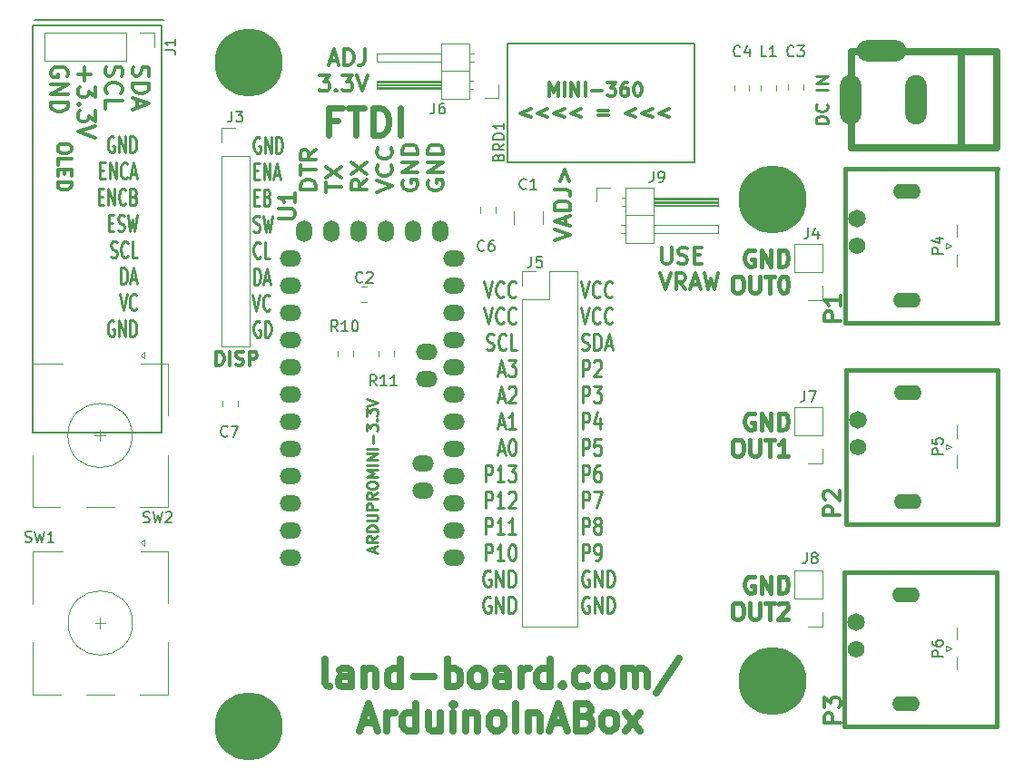
<source format=gto>
G04 #@! TF.GenerationSoftware,KiCad,Pcbnew,(6.0.1)*
G04 #@! TF.CreationDate,2022-05-22T12:05:18-04:00*
G04 #@! TF.ProjectId,ArduinoInABox,41726475-696e-46f4-996e-41426f782e6b,2*
G04 #@! TF.SameCoordinates,Original*
G04 #@! TF.FileFunction,Legend,Top*
G04 #@! TF.FilePolarity,Positive*
%FSLAX46Y46*%
G04 Gerber Fmt 4.6, Leading zero omitted, Abs format (unit mm)*
G04 Created by KiCad (PCBNEW (6.0.1)) date 2022-05-22 12:05:18*
%MOMM*%
%LPD*%
G01*
G04 APERTURE LIST*
%ADD10C,0.150000*%
%ADD11C,0.317500*%
%ADD12C,0.250000*%
%ADD13C,0.381000*%
%ADD14C,0.285750*%
%ADD15C,0.368300*%
%ADD16C,0.375000*%
%ADD17C,0.558800*%
%ADD18C,0.635000*%
%ADD19C,0.304800*%
%ADD20C,0.120000*%
%ADD21C,0.650000*%
%ADD22O,2.000000X4.600000*%
%ADD23O,4.600000X2.000000*%
%ADD24C,6.350000*%
%ADD25O,1.524000X2.000000*%
%ADD26O,2.000000X1.524000*%
%ADD27O,2.600000X1.400000*%
%ADD28C,1.574800*%
%ADD29C,1.651000*%
G04 APERTURE END LIST*
D10*
X98040000Y-28500000D02*
X110040000Y-28500000D01*
D11*
X107225722Y-32906336D02*
X107150732Y-33131308D01*
X107150732Y-33506260D01*
X107225722Y-33656241D01*
X107300713Y-33731232D01*
X107450694Y-33806222D01*
X107600675Y-33806222D01*
X107750656Y-33731232D01*
X107825646Y-33656241D01*
X107900637Y-33506260D01*
X107975627Y-33206298D01*
X108050618Y-33056317D01*
X108125608Y-32981327D01*
X108275589Y-32906336D01*
X108425570Y-32906336D01*
X108575551Y-32981327D01*
X108650542Y-33056317D01*
X108725532Y-33206298D01*
X108725532Y-33581251D01*
X108650542Y-33806222D01*
X107150732Y-34481136D02*
X108725532Y-34481136D01*
X108725532Y-34856089D01*
X108650542Y-35081060D01*
X108500561Y-35231041D01*
X108350580Y-35306032D01*
X108050618Y-35381022D01*
X107825646Y-35381022D01*
X107525684Y-35306032D01*
X107375703Y-35231041D01*
X107225722Y-35081060D01*
X107150732Y-34856089D01*
X107150732Y-34481136D01*
X107600675Y-35980946D02*
X107600675Y-36730851D01*
X107150732Y-35830965D02*
X108725532Y-36355898D01*
X107150732Y-36880832D01*
X104690294Y-32906336D02*
X104615304Y-33131308D01*
X104615304Y-33506260D01*
X104690294Y-33656241D01*
X104765285Y-33731232D01*
X104915266Y-33806222D01*
X105065247Y-33806222D01*
X105215228Y-33731232D01*
X105290218Y-33656241D01*
X105365209Y-33506260D01*
X105440199Y-33206298D01*
X105515190Y-33056317D01*
X105590180Y-32981327D01*
X105740161Y-32906336D01*
X105890142Y-32906336D01*
X106040123Y-32981327D01*
X106115114Y-33056317D01*
X106190104Y-33206298D01*
X106190104Y-33581251D01*
X106115114Y-33806222D01*
X104765285Y-35381022D02*
X104690294Y-35306032D01*
X104615304Y-35081060D01*
X104615304Y-34931079D01*
X104690294Y-34706108D01*
X104840275Y-34556127D01*
X104990256Y-34481136D01*
X105290218Y-34406146D01*
X105515190Y-34406146D01*
X105815152Y-34481136D01*
X105965133Y-34556127D01*
X106115114Y-34706108D01*
X106190104Y-34931079D01*
X106190104Y-35081060D01*
X106115114Y-35306032D01*
X106040123Y-35381022D01*
X104615304Y-36805841D02*
X104615304Y-36055936D01*
X106190104Y-36055936D01*
X102679800Y-32981327D02*
X102679800Y-34181175D01*
X102079876Y-33581251D02*
X103279724Y-33581251D01*
X103654676Y-34781098D02*
X103654676Y-35755975D01*
X103054752Y-35231041D01*
X103054752Y-35456013D01*
X102979762Y-35605994D01*
X102904771Y-35680984D01*
X102754790Y-35755975D01*
X102379838Y-35755975D01*
X102229857Y-35680984D01*
X102154866Y-35605994D01*
X102079876Y-35456013D01*
X102079876Y-35006070D01*
X102154866Y-34856089D01*
X102229857Y-34781098D01*
X102229857Y-36430889D02*
X102154866Y-36505879D01*
X102079876Y-36430889D01*
X102154866Y-36355898D01*
X102229857Y-36430889D01*
X102079876Y-36430889D01*
X103654676Y-37030813D02*
X103654676Y-38005689D01*
X103054752Y-37480755D01*
X103054752Y-37705727D01*
X102979762Y-37855708D01*
X102904771Y-37930698D01*
X102754790Y-38005689D01*
X102379838Y-38005689D01*
X102229857Y-37930698D01*
X102154866Y-37855708D01*
X102079876Y-37705727D01*
X102079876Y-37255784D01*
X102154866Y-37105803D01*
X102229857Y-37030813D01*
X103654676Y-38455632D02*
X102079876Y-38980565D01*
X103654676Y-39505498D01*
X101044258Y-33806222D02*
X101119248Y-33656241D01*
X101119248Y-33431270D01*
X101044258Y-33206298D01*
X100894277Y-33056317D01*
X100744296Y-32981327D01*
X100444334Y-32906336D01*
X100219362Y-32906336D01*
X99919400Y-32981327D01*
X99769419Y-33056317D01*
X99619438Y-33206298D01*
X99544448Y-33431270D01*
X99544448Y-33581251D01*
X99619438Y-33806222D01*
X99694429Y-33881213D01*
X100219362Y-33881213D01*
X100219362Y-33581251D01*
X99544448Y-34556127D02*
X101119248Y-34556127D01*
X99544448Y-35456013D01*
X101119248Y-35456013D01*
X99544448Y-36205917D02*
X101119248Y-36205917D01*
X101119248Y-36580870D01*
X101044258Y-36805841D01*
X100894277Y-36955822D01*
X100744296Y-37030813D01*
X100444334Y-37105803D01*
X100219362Y-37105803D01*
X99919400Y-37030813D01*
X99769419Y-36955822D01*
X99619438Y-36805841D01*
X99544448Y-36580870D01*
X99544448Y-36205917D01*
D12*
X105421785Y-39470260D02*
X105326547Y-39397688D01*
X105183690Y-39397688D01*
X105040833Y-39470260D01*
X104945595Y-39615402D01*
X104897976Y-39760545D01*
X104850357Y-40050831D01*
X104850357Y-40268545D01*
X104897976Y-40558831D01*
X104945595Y-40703974D01*
X105040833Y-40849117D01*
X105183690Y-40921688D01*
X105278928Y-40921688D01*
X105421785Y-40849117D01*
X105469404Y-40776545D01*
X105469404Y-40268545D01*
X105278928Y-40268545D01*
X105897976Y-40921688D02*
X105897976Y-39397688D01*
X106469404Y-40921688D01*
X106469404Y-39397688D01*
X106945595Y-40921688D02*
X106945595Y-39397688D01*
X107183690Y-39397688D01*
X107326547Y-39470260D01*
X107421785Y-39615402D01*
X107469404Y-39760545D01*
X107517023Y-40050831D01*
X107517023Y-40268545D01*
X107469404Y-40558831D01*
X107421785Y-40703974D01*
X107326547Y-40849117D01*
X107183690Y-40921688D01*
X106945595Y-40921688D01*
X104136071Y-42577042D02*
X104469404Y-42577042D01*
X104612261Y-43375328D02*
X104136071Y-43375328D01*
X104136071Y-41851328D01*
X104612261Y-41851328D01*
X105040833Y-43375328D02*
X105040833Y-41851328D01*
X105612261Y-43375328D01*
X105612261Y-41851328D01*
X106659880Y-43230185D02*
X106612261Y-43302757D01*
X106469404Y-43375328D01*
X106374166Y-43375328D01*
X106231309Y-43302757D01*
X106136071Y-43157614D01*
X106088452Y-43012471D01*
X106040833Y-42722185D01*
X106040833Y-42504471D01*
X106088452Y-42214185D01*
X106136071Y-42069042D01*
X106231309Y-41923900D01*
X106374166Y-41851328D01*
X106469404Y-41851328D01*
X106612261Y-41923900D01*
X106659880Y-41996471D01*
X107040833Y-42939900D02*
X107517023Y-42939900D01*
X106945595Y-43375328D02*
X107278928Y-41851328D01*
X107612261Y-43375328D01*
X103993214Y-45030682D02*
X104326547Y-45030682D01*
X104469404Y-45828968D02*
X103993214Y-45828968D01*
X103993214Y-44304968D01*
X104469404Y-44304968D01*
X104897976Y-45828968D02*
X104897976Y-44304968D01*
X105469404Y-45828968D01*
X105469404Y-44304968D01*
X106517023Y-45683825D02*
X106469404Y-45756397D01*
X106326547Y-45828968D01*
X106231309Y-45828968D01*
X106088452Y-45756397D01*
X105993214Y-45611254D01*
X105945595Y-45466111D01*
X105897976Y-45175825D01*
X105897976Y-44958111D01*
X105945595Y-44667825D01*
X105993214Y-44522682D01*
X106088452Y-44377540D01*
X106231309Y-44304968D01*
X106326547Y-44304968D01*
X106469404Y-44377540D01*
X106517023Y-44450111D01*
X107278928Y-45030682D02*
X107421785Y-45103254D01*
X107469404Y-45175825D01*
X107517023Y-45320968D01*
X107517023Y-45538682D01*
X107469404Y-45683825D01*
X107421785Y-45756397D01*
X107326547Y-45828968D01*
X106945595Y-45828968D01*
X106945595Y-44304968D01*
X107278928Y-44304968D01*
X107374166Y-44377540D01*
X107421785Y-44450111D01*
X107469404Y-44595254D01*
X107469404Y-44740397D01*
X107421785Y-44885540D01*
X107374166Y-44958111D01*
X107278928Y-45030682D01*
X106945595Y-45030682D01*
X104945595Y-47484322D02*
X105278928Y-47484322D01*
X105421785Y-48282608D02*
X104945595Y-48282608D01*
X104945595Y-46758608D01*
X105421785Y-46758608D01*
X105802738Y-48210037D02*
X105945595Y-48282608D01*
X106183690Y-48282608D01*
X106278928Y-48210037D01*
X106326547Y-48137465D01*
X106374166Y-47992322D01*
X106374166Y-47847180D01*
X106326547Y-47702037D01*
X106278928Y-47629465D01*
X106183690Y-47556894D01*
X105993214Y-47484322D01*
X105897976Y-47411751D01*
X105850357Y-47339180D01*
X105802738Y-47194037D01*
X105802738Y-47048894D01*
X105850357Y-46903751D01*
X105897976Y-46831180D01*
X105993214Y-46758608D01*
X106231309Y-46758608D01*
X106374166Y-46831180D01*
X106707500Y-46758608D02*
X106945595Y-48282608D01*
X107136071Y-47194037D01*
X107326547Y-48282608D01*
X107564642Y-46758608D01*
X105136071Y-50663677D02*
X105278928Y-50736248D01*
X105517023Y-50736248D01*
X105612261Y-50663677D01*
X105659880Y-50591105D01*
X105707500Y-50445962D01*
X105707500Y-50300820D01*
X105659880Y-50155677D01*
X105612261Y-50083105D01*
X105517023Y-50010534D01*
X105326547Y-49937962D01*
X105231309Y-49865391D01*
X105183690Y-49792820D01*
X105136071Y-49647677D01*
X105136071Y-49502534D01*
X105183690Y-49357391D01*
X105231309Y-49284820D01*
X105326547Y-49212248D01*
X105564642Y-49212248D01*
X105707500Y-49284820D01*
X106707500Y-50591105D02*
X106659880Y-50663677D01*
X106517023Y-50736248D01*
X106421785Y-50736248D01*
X106278928Y-50663677D01*
X106183690Y-50518534D01*
X106136071Y-50373391D01*
X106088452Y-50083105D01*
X106088452Y-49865391D01*
X106136071Y-49575105D01*
X106183690Y-49429962D01*
X106278928Y-49284820D01*
X106421785Y-49212248D01*
X106517023Y-49212248D01*
X106659880Y-49284820D01*
X106707500Y-49357391D01*
X107612261Y-50736248D02*
X107136071Y-50736248D01*
X107136071Y-49212248D01*
X106088452Y-53189888D02*
X106088452Y-51665888D01*
X106326547Y-51665888D01*
X106469404Y-51738460D01*
X106564642Y-51883602D01*
X106612261Y-52028745D01*
X106659880Y-52319031D01*
X106659880Y-52536745D01*
X106612261Y-52827031D01*
X106564642Y-52972174D01*
X106469404Y-53117317D01*
X106326547Y-53189888D01*
X106088452Y-53189888D01*
X107040833Y-52754460D02*
X107517023Y-52754460D01*
X106945595Y-53189888D02*
X107278928Y-51665888D01*
X107612261Y-53189888D01*
X105945595Y-54119528D02*
X106278928Y-55643528D01*
X106612261Y-54119528D01*
X107517023Y-55498385D02*
X107469404Y-55570957D01*
X107326547Y-55643528D01*
X107231309Y-55643528D01*
X107088452Y-55570957D01*
X106993214Y-55425814D01*
X106945595Y-55280671D01*
X106897976Y-54990385D01*
X106897976Y-54772671D01*
X106945595Y-54482385D01*
X106993214Y-54337242D01*
X107088452Y-54192100D01*
X107231309Y-54119528D01*
X107326547Y-54119528D01*
X107469404Y-54192100D01*
X107517023Y-54264671D01*
X105421785Y-56645740D02*
X105326547Y-56573168D01*
X105183690Y-56573168D01*
X105040833Y-56645740D01*
X104945595Y-56790882D01*
X104897976Y-56936025D01*
X104850357Y-57226311D01*
X104850357Y-57444025D01*
X104897976Y-57734311D01*
X104945595Y-57879454D01*
X105040833Y-58024597D01*
X105183690Y-58097168D01*
X105278928Y-58097168D01*
X105421785Y-58024597D01*
X105469404Y-57952025D01*
X105469404Y-57444025D01*
X105278928Y-57444025D01*
X105897976Y-58097168D02*
X105897976Y-56573168D01*
X106469404Y-58097168D01*
X106469404Y-56573168D01*
X106945595Y-58097168D02*
X106945595Y-56573168D01*
X107183690Y-56573168D01*
X107326547Y-56645740D01*
X107421785Y-56790882D01*
X107469404Y-56936025D01*
X107517023Y-57226311D01*
X107517023Y-57444025D01*
X107469404Y-57734311D01*
X107421785Y-57879454D01*
X107326547Y-58024597D01*
X107183690Y-58097168D01*
X106945595Y-58097168D01*
D13*
X165118921Y-50081180D02*
X164973778Y-50008608D01*
X164756064Y-50008608D01*
X164538350Y-50081180D01*
X164393207Y-50226322D01*
X164320635Y-50371465D01*
X164248064Y-50661751D01*
X164248064Y-50879465D01*
X164320635Y-51169751D01*
X164393207Y-51314894D01*
X164538350Y-51460037D01*
X164756064Y-51532608D01*
X164901207Y-51532608D01*
X165118921Y-51460037D01*
X165191492Y-51387465D01*
X165191492Y-50879465D01*
X164901207Y-50879465D01*
X165844635Y-51532608D02*
X165844635Y-50008608D01*
X166715492Y-51532608D01*
X166715492Y-50008608D01*
X167441207Y-51532608D02*
X167441207Y-50008608D01*
X167804064Y-50008608D01*
X168021778Y-50081180D01*
X168166921Y-50226322D01*
X168239492Y-50371465D01*
X168312064Y-50661751D01*
X168312064Y-50879465D01*
X168239492Y-51169751D01*
X168166921Y-51314894D01*
X168021778Y-51460037D01*
X167804064Y-51532608D01*
X167441207Y-51532608D01*
X163449778Y-52462248D02*
X163740064Y-52462248D01*
X163885207Y-52534820D01*
X164030350Y-52679962D01*
X164102921Y-52970248D01*
X164102921Y-53478248D01*
X164030350Y-53768534D01*
X163885207Y-53913677D01*
X163740064Y-53986248D01*
X163449778Y-53986248D01*
X163304635Y-53913677D01*
X163159492Y-53768534D01*
X163086921Y-53478248D01*
X163086921Y-52970248D01*
X163159492Y-52679962D01*
X163304635Y-52534820D01*
X163449778Y-52462248D01*
X164756064Y-52462248D02*
X164756064Y-53695962D01*
X164828635Y-53841105D01*
X164901207Y-53913677D01*
X165046350Y-53986248D01*
X165336635Y-53986248D01*
X165481778Y-53913677D01*
X165554350Y-53841105D01*
X165626921Y-53695962D01*
X165626921Y-52462248D01*
X166134921Y-52462248D02*
X167005778Y-52462248D01*
X166570350Y-53986248D02*
X166570350Y-52462248D01*
X167804064Y-52462248D02*
X167949207Y-52462248D01*
X168094350Y-52534820D01*
X168166921Y-52607391D01*
X168239492Y-52752534D01*
X168312064Y-53042820D01*
X168312064Y-53405677D01*
X168239492Y-53695962D01*
X168166921Y-53841105D01*
X168094350Y-53913677D01*
X167949207Y-53986248D01*
X167804064Y-53986248D01*
X167658921Y-53913677D01*
X167586350Y-53841105D01*
X167513778Y-53695962D01*
X167441207Y-53405677D01*
X167441207Y-53042820D01*
X167513778Y-52752534D01*
X167586350Y-52607391D01*
X167658921Y-52534820D01*
X167804064Y-52462248D01*
X165118921Y-65321180D02*
X164973778Y-65248608D01*
X164756064Y-65248608D01*
X164538350Y-65321180D01*
X164393207Y-65466322D01*
X164320635Y-65611465D01*
X164248064Y-65901751D01*
X164248064Y-66119465D01*
X164320635Y-66409751D01*
X164393207Y-66554894D01*
X164538350Y-66700037D01*
X164756064Y-66772608D01*
X164901207Y-66772608D01*
X165118921Y-66700037D01*
X165191492Y-66627465D01*
X165191492Y-66119465D01*
X164901207Y-66119465D01*
X165844635Y-66772608D02*
X165844635Y-65248608D01*
X166715492Y-66772608D01*
X166715492Y-65248608D01*
X167441207Y-66772608D02*
X167441207Y-65248608D01*
X167804064Y-65248608D01*
X168021778Y-65321180D01*
X168166921Y-65466322D01*
X168239492Y-65611465D01*
X168312064Y-65901751D01*
X168312064Y-66119465D01*
X168239492Y-66409751D01*
X168166921Y-66554894D01*
X168021778Y-66700037D01*
X167804064Y-66772608D01*
X167441207Y-66772608D01*
X163449778Y-67702248D02*
X163740064Y-67702248D01*
X163885207Y-67774820D01*
X164030350Y-67919962D01*
X164102921Y-68210248D01*
X164102921Y-68718248D01*
X164030350Y-69008534D01*
X163885207Y-69153677D01*
X163740064Y-69226248D01*
X163449778Y-69226248D01*
X163304635Y-69153677D01*
X163159492Y-69008534D01*
X163086921Y-68718248D01*
X163086921Y-68210248D01*
X163159492Y-67919962D01*
X163304635Y-67774820D01*
X163449778Y-67702248D01*
X164756064Y-67702248D02*
X164756064Y-68935962D01*
X164828635Y-69081105D01*
X164901207Y-69153677D01*
X165046350Y-69226248D01*
X165336635Y-69226248D01*
X165481778Y-69153677D01*
X165554350Y-69081105D01*
X165626921Y-68935962D01*
X165626921Y-67702248D01*
X166134921Y-67702248D02*
X167005778Y-67702248D01*
X166570350Y-69226248D02*
X166570350Y-67702248D01*
X168312064Y-69226248D02*
X167441207Y-69226248D01*
X167876635Y-69226248D02*
X167876635Y-67702248D01*
X167731492Y-67919962D01*
X167586350Y-68065105D01*
X167441207Y-68137677D01*
X165118921Y-80561180D02*
X164973778Y-80488608D01*
X164756064Y-80488608D01*
X164538350Y-80561180D01*
X164393207Y-80706322D01*
X164320635Y-80851465D01*
X164248064Y-81141751D01*
X164248064Y-81359465D01*
X164320635Y-81649751D01*
X164393207Y-81794894D01*
X164538350Y-81940037D01*
X164756064Y-82012608D01*
X164901207Y-82012608D01*
X165118921Y-81940037D01*
X165191492Y-81867465D01*
X165191492Y-81359465D01*
X164901207Y-81359465D01*
X165844635Y-82012608D02*
X165844635Y-80488608D01*
X166715492Y-82012608D01*
X166715492Y-80488608D01*
X167441207Y-82012608D02*
X167441207Y-80488608D01*
X167804064Y-80488608D01*
X168021778Y-80561180D01*
X168166921Y-80706322D01*
X168239492Y-80851465D01*
X168312064Y-81141751D01*
X168312064Y-81359465D01*
X168239492Y-81649751D01*
X168166921Y-81794894D01*
X168021778Y-81940037D01*
X167804064Y-82012608D01*
X167441207Y-82012608D01*
X163449778Y-82942248D02*
X163740064Y-82942248D01*
X163885207Y-83014820D01*
X164030350Y-83159962D01*
X164102921Y-83450248D01*
X164102921Y-83958248D01*
X164030350Y-84248534D01*
X163885207Y-84393677D01*
X163740064Y-84466248D01*
X163449778Y-84466248D01*
X163304635Y-84393677D01*
X163159492Y-84248534D01*
X163086921Y-83958248D01*
X163086921Y-83450248D01*
X163159492Y-83159962D01*
X163304635Y-83014820D01*
X163449778Y-82942248D01*
X164756064Y-82942248D02*
X164756064Y-84175962D01*
X164828635Y-84321105D01*
X164901207Y-84393677D01*
X165046350Y-84466248D01*
X165336635Y-84466248D01*
X165481778Y-84393677D01*
X165554350Y-84321105D01*
X165626921Y-84175962D01*
X165626921Y-82942248D01*
X166134921Y-82942248D02*
X167005778Y-82942248D01*
X166570350Y-84466248D02*
X166570350Y-82942248D01*
X167441207Y-83087391D02*
X167513778Y-83014820D01*
X167658921Y-82942248D01*
X168021778Y-82942248D01*
X168166921Y-83014820D01*
X168239492Y-83087391D01*
X168312064Y-83232534D01*
X168312064Y-83377677D01*
X168239492Y-83595391D01*
X167368635Y-84466248D01*
X168312064Y-84466248D01*
D14*
X172017071Y-38177142D02*
X170874071Y-38177142D01*
X170874071Y-37905000D01*
X170928500Y-37741714D01*
X171037357Y-37632857D01*
X171146214Y-37578428D01*
X171363928Y-37524000D01*
X171527214Y-37524000D01*
X171744928Y-37578428D01*
X171853785Y-37632857D01*
X171962642Y-37741714D01*
X172017071Y-37905000D01*
X172017071Y-38177142D01*
X171908214Y-36381000D02*
X171962642Y-36435428D01*
X172017071Y-36598714D01*
X172017071Y-36707571D01*
X171962642Y-36870857D01*
X171853785Y-36979714D01*
X171744928Y-37034142D01*
X171527214Y-37088571D01*
X171363928Y-37088571D01*
X171146214Y-37034142D01*
X171037357Y-36979714D01*
X170928500Y-36870857D01*
X170874071Y-36707571D01*
X170874071Y-36598714D01*
X170928500Y-36435428D01*
X170982928Y-36381000D01*
X172017071Y-35020285D02*
X170874071Y-35020285D01*
X172017071Y-34476000D02*
X170874071Y-34476000D01*
X172017071Y-33822857D01*
X170874071Y-33822857D01*
D11*
X101453476Y-40422276D02*
X101453476Y-40664180D01*
X101393000Y-40785133D01*
X101272047Y-40906085D01*
X101030142Y-40966561D01*
X100606809Y-40966561D01*
X100364904Y-40906085D01*
X100243952Y-40785133D01*
X100183476Y-40664180D01*
X100183476Y-40422276D01*
X100243952Y-40301323D01*
X100364904Y-40180371D01*
X100606809Y-40119895D01*
X101030142Y-40119895D01*
X101272047Y-40180371D01*
X101393000Y-40301323D01*
X101453476Y-40422276D01*
X100183476Y-42115609D02*
X100183476Y-41510847D01*
X101453476Y-41510847D01*
X100848714Y-42538942D02*
X100848714Y-42962276D01*
X100183476Y-43143704D02*
X100183476Y-42538942D01*
X101453476Y-42538942D01*
X101453476Y-43143704D01*
X100183476Y-43687990D02*
X101453476Y-43687990D01*
X101453476Y-43990371D01*
X101393000Y-44171800D01*
X101272047Y-44292752D01*
X101151095Y-44353228D01*
X100909190Y-44413704D01*
X100727761Y-44413704D01*
X100485857Y-44353228D01*
X100364904Y-44292752D01*
X100243952Y-44171800D01*
X100183476Y-43990371D01*
X100183476Y-43687990D01*
D12*
X119034404Y-39521060D02*
X118939166Y-39448488D01*
X118796309Y-39448488D01*
X118653452Y-39521060D01*
X118558214Y-39666202D01*
X118510595Y-39811345D01*
X118462976Y-40101631D01*
X118462976Y-40319345D01*
X118510595Y-40609631D01*
X118558214Y-40754774D01*
X118653452Y-40899917D01*
X118796309Y-40972488D01*
X118891547Y-40972488D01*
X119034404Y-40899917D01*
X119082023Y-40827345D01*
X119082023Y-40319345D01*
X118891547Y-40319345D01*
X119510595Y-40972488D02*
X119510595Y-39448488D01*
X120082023Y-40972488D01*
X120082023Y-39448488D01*
X120558214Y-40972488D02*
X120558214Y-39448488D01*
X120796309Y-39448488D01*
X120939166Y-39521060D01*
X121034404Y-39666202D01*
X121082023Y-39811345D01*
X121129642Y-40101631D01*
X121129642Y-40319345D01*
X121082023Y-40609631D01*
X121034404Y-40754774D01*
X120939166Y-40899917D01*
X120796309Y-40972488D01*
X120558214Y-40972488D01*
X118510595Y-42627842D02*
X118843928Y-42627842D01*
X118986785Y-43426128D02*
X118510595Y-43426128D01*
X118510595Y-41902128D01*
X118986785Y-41902128D01*
X119415357Y-43426128D02*
X119415357Y-41902128D01*
X119986785Y-43426128D01*
X119986785Y-41902128D01*
X120415357Y-42990700D02*
X120891547Y-42990700D01*
X120320119Y-43426128D02*
X120653452Y-41902128D01*
X120986785Y-43426128D01*
X118510595Y-45081482D02*
X118843928Y-45081482D01*
X118986785Y-45879768D02*
X118510595Y-45879768D01*
X118510595Y-44355768D01*
X118986785Y-44355768D01*
X119748690Y-45081482D02*
X119891547Y-45154054D01*
X119939166Y-45226625D01*
X119986785Y-45371768D01*
X119986785Y-45589482D01*
X119939166Y-45734625D01*
X119891547Y-45807197D01*
X119796309Y-45879768D01*
X119415357Y-45879768D01*
X119415357Y-44355768D01*
X119748690Y-44355768D01*
X119843928Y-44428340D01*
X119891547Y-44500911D01*
X119939166Y-44646054D01*
X119939166Y-44791197D01*
X119891547Y-44936340D01*
X119843928Y-45008911D01*
X119748690Y-45081482D01*
X119415357Y-45081482D01*
X118462976Y-48260837D02*
X118605833Y-48333408D01*
X118843928Y-48333408D01*
X118939166Y-48260837D01*
X118986785Y-48188265D01*
X119034404Y-48043122D01*
X119034404Y-47897980D01*
X118986785Y-47752837D01*
X118939166Y-47680265D01*
X118843928Y-47607694D01*
X118653452Y-47535122D01*
X118558214Y-47462551D01*
X118510595Y-47389980D01*
X118462976Y-47244837D01*
X118462976Y-47099694D01*
X118510595Y-46954551D01*
X118558214Y-46881980D01*
X118653452Y-46809408D01*
X118891547Y-46809408D01*
X119034404Y-46881980D01*
X119367738Y-46809408D02*
X119605833Y-48333408D01*
X119796309Y-47244837D01*
X119986785Y-48333408D01*
X120224880Y-46809408D01*
X119082023Y-50641905D02*
X119034404Y-50714477D01*
X118891547Y-50787048D01*
X118796309Y-50787048D01*
X118653452Y-50714477D01*
X118558214Y-50569334D01*
X118510595Y-50424191D01*
X118462976Y-50133905D01*
X118462976Y-49916191D01*
X118510595Y-49625905D01*
X118558214Y-49480762D01*
X118653452Y-49335620D01*
X118796309Y-49263048D01*
X118891547Y-49263048D01*
X119034404Y-49335620D01*
X119082023Y-49408191D01*
X119986785Y-50787048D02*
X119510595Y-50787048D01*
X119510595Y-49263048D01*
X118510595Y-53240688D02*
X118510595Y-51716688D01*
X118748690Y-51716688D01*
X118891547Y-51789260D01*
X118986785Y-51934402D01*
X119034404Y-52079545D01*
X119082023Y-52369831D01*
X119082023Y-52587545D01*
X119034404Y-52877831D01*
X118986785Y-53022974D01*
X118891547Y-53168117D01*
X118748690Y-53240688D01*
X118510595Y-53240688D01*
X119462976Y-52805260D02*
X119939166Y-52805260D01*
X119367738Y-53240688D02*
X119701071Y-51716688D01*
X120034404Y-53240688D01*
X118367738Y-54170328D02*
X118701071Y-55694328D01*
X119034404Y-54170328D01*
X119939166Y-55549185D02*
X119891547Y-55621757D01*
X119748690Y-55694328D01*
X119653452Y-55694328D01*
X119510595Y-55621757D01*
X119415357Y-55476614D01*
X119367738Y-55331471D01*
X119320119Y-55041185D01*
X119320119Y-54823471D01*
X119367738Y-54533185D01*
X119415357Y-54388042D01*
X119510595Y-54242900D01*
X119653452Y-54170328D01*
X119748690Y-54170328D01*
X119891547Y-54242900D01*
X119939166Y-54315471D01*
X119034404Y-56696540D02*
X118939166Y-56623968D01*
X118796309Y-56623968D01*
X118653452Y-56696540D01*
X118558214Y-56841682D01*
X118510595Y-56986825D01*
X118462976Y-57277111D01*
X118462976Y-57494825D01*
X118510595Y-57785111D01*
X118558214Y-57930254D01*
X118653452Y-58075397D01*
X118796309Y-58147968D01*
X118891547Y-58147968D01*
X119034404Y-58075397D01*
X119082023Y-58002825D01*
X119082023Y-57494825D01*
X118891547Y-57494825D01*
X119510595Y-58147968D02*
X119510595Y-56623968D01*
X119748690Y-56623968D01*
X119891547Y-56696540D01*
X119986785Y-56841682D01*
X120034404Y-56986825D01*
X120082023Y-57277111D01*
X120082023Y-57494825D01*
X120034404Y-57785111D01*
X119986785Y-57930254D01*
X119891547Y-58075397D01*
X119748690Y-58147968D01*
X119510595Y-58147968D01*
D11*
X114965238Y-60772523D02*
X114965238Y-59502523D01*
X115267619Y-59502523D01*
X115449047Y-59563000D01*
X115570000Y-59683952D01*
X115630476Y-59804904D01*
X115690952Y-60046809D01*
X115690952Y-60228238D01*
X115630476Y-60470142D01*
X115570000Y-60591095D01*
X115449047Y-60712047D01*
X115267619Y-60772523D01*
X114965238Y-60772523D01*
X116235238Y-60772523D02*
X116235238Y-59502523D01*
X116779523Y-60712047D02*
X116960952Y-60772523D01*
X117263333Y-60772523D01*
X117384285Y-60712047D01*
X117444761Y-60651571D01*
X117505238Y-60530619D01*
X117505238Y-60409666D01*
X117444761Y-60288714D01*
X117384285Y-60228238D01*
X117263333Y-60167761D01*
X117021428Y-60107285D01*
X116900476Y-60046809D01*
X116840000Y-59986333D01*
X116779523Y-59865380D01*
X116779523Y-59744428D01*
X116840000Y-59623476D01*
X116900476Y-59563000D01*
X117021428Y-59502523D01*
X117323809Y-59502523D01*
X117505238Y-59563000D01*
X118049523Y-60772523D02*
X118049523Y-59502523D01*
X118533333Y-59502523D01*
X118654285Y-59563000D01*
X118714761Y-59623476D01*
X118775238Y-59744428D01*
X118775238Y-59925857D01*
X118714761Y-60046809D01*
X118654285Y-60107285D01*
X118533333Y-60167761D01*
X118049523Y-60167761D01*
D15*
X124276817Y-44379652D02*
X122803617Y-44379652D01*
X122803617Y-43998700D01*
X122873770Y-43770128D01*
X123014074Y-43617747D01*
X123154379Y-43541557D01*
X123434989Y-43465366D01*
X123645446Y-43465366D01*
X123926055Y-43541557D01*
X124066360Y-43617747D01*
X124206665Y-43770128D01*
X124276817Y-43998700D01*
X124276817Y-44379652D01*
X122803617Y-43008224D02*
X122803617Y-42093938D01*
X124276817Y-42551081D02*
X122803617Y-42551081D01*
X124276817Y-40646319D02*
X123575293Y-41179652D01*
X124276817Y-41560605D02*
X122803617Y-41560605D01*
X122803617Y-40951081D01*
X122873770Y-40798700D01*
X122943922Y-40722509D01*
X123084227Y-40646319D01*
X123294684Y-40646319D01*
X123434989Y-40722509D01*
X123505141Y-40798700D01*
X123575293Y-40951081D01*
X123575293Y-41560605D01*
X125175469Y-44608224D02*
X125175469Y-43693938D01*
X126648669Y-44151081D02*
X125175469Y-44151081D01*
X125175469Y-43312985D02*
X126648669Y-42246319D01*
X125175469Y-42246319D02*
X126648669Y-43312985D01*
X129020521Y-43465366D02*
X128318997Y-43998700D01*
X129020521Y-44379652D02*
X127547321Y-44379652D01*
X127547321Y-43770128D01*
X127617474Y-43617747D01*
X127687626Y-43541557D01*
X127827931Y-43465366D01*
X128038388Y-43465366D01*
X128178693Y-43541557D01*
X128248845Y-43617747D01*
X128318997Y-43770128D01*
X128318997Y-44379652D01*
X127547321Y-42932033D02*
X129020521Y-41865366D01*
X127547321Y-41865366D02*
X129020521Y-42932033D01*
X129919173Y-44608224D02*
X131392373Y-44074890D01*
X129919173Y-43541557D01*
X131252068Y-42093938D02*
X131322221Y-42170128D01*
X131392373Y-42398700D01*
X131392373Y-42551081D01*
X131322221Y-42779652D01*
X131181916Y-42932033D01*
X131041611Y-43008224D01*
X130761002Y-43084414D01*
X130550545Y-43084414D01*
X130269935Y-43008224D01*
X130129630Y-42932033D01*
X129989326Y-42779652D01*
X129919173Y-42551081D01*
X129919173Y-42398700D01*
X129989326Y-42170128D01*
X130059478Y-42093938D01*
X131252068Y-40493938D02*
X131322221Y-40570128D01*
X131392373Y-40798700D01*
X131392373Y-40951081D01*
X131322221Y-41179652D01*
X131181916Y-41332033D01*
X131041611Y-41408224D01*
X130761002Y-41484414D01*
X130550545Y-41484414D01*
X130269935Y-41408224D01*
X130129630Y-41332033D01*
X129989326Y-41179652D01*
X129919173Y-40951081D01*
X129919173Y-40798700D01*
X129989326Y-40570128D01*
X130059478Y-40493938D01*
X132361178Y-43541557D02*
X132291025Y-43693938D01*
X132291025Y-43922509D01*
X132361178Y-44151081D01*
X132501482Y-44303462D01*
X132641787Y-44379652D01*
X132922397Y-44455843D01*
X133132854Y-44455843D01*
X133413463Y-44379652D01*
X133553768Y-44303462D01*
X133694073Y-44151081D01*
X133764225Y-43922509D01*
X133764225Y-43770128D01*
X133694073Y-43541557D01*
X133623920Y-43465366D01*
X133132854Y-43465366D01*
X133132854Y-43770128D01*
X133764225Y-42779652D02*
X132291025Y-42779652D01*
X133764225Y-41865366D01*
X132291025Y-41865366D01*
X133764225Y-41103462D02*
X132291025Y-41103462D01*
X132291025Y-40722509D01*
X132361178Y-40493938D01*
X132501482Y-40341557D01*
X132641787Y-40265366D01*
X132922397Y-40189176D01*
X133132854Y-40189176D01*
X133413463Y-40265366D01*
X133553768Y-40341557D01*
X133694073Y-40493938D01*
X133764225Y-40722509D01*
X133764225Y-41103462D01*
X134733030Y-43541557D02*
X134662877Y-43693938D01*
X134662877Y-43922509D01*
X134733030Y-44151081D01*
X134873334Y-44303462D01*
X135013639Y-44379652D01*
X135294249Y-44455843D01*
X135504706Y-44455843D01*
X135785315Y-44379652D01*
X135925620Y-44303462D01*
X136065925Y-44151081D01*
X136136077Y-43922509D01*
X136136077Y-43770128D01*
X136065925Y-43541557D01*
X135995772Y-43465366D01*
X135504706Y-43465366D01*
X135504706Y-43770128D01*
X136136077Y-42779652D02*
X134662877Y-42779652D01*
X136136077Y-41865366D01*
X134662877Y-41865366D01*
X136136077Y-41103462D02*
X134662877Y-41103462D01*
X134662877Y-40722509D01*
X134733030Y-40493938D01*
X134873334Y-40341557D01*
X135013639Y-40265366D01*
X135294249Y-40189176D01*
X135504706Y-40189176D01*
X135785315Y-40265366D01*
X135925620Y-40341557D01*
X136065925Y-40493938D01*
X136136077Y-40722509D01*
X136136077Y-41103462D01*
D14*
X139964205Y-52943588D02*
X140345205Y-54467588D01*
X140726205Y-52943588D01*
X141760348Y-54322445D02*
X141705919Y-54395017D01*
X141542633Y-54467588D01*
X141433776Y-54467588D01*
X141270491Y-54395017D01*
X141161633Y-54249874D01*
X141107205Y-54104731D01*
X141052776Y-53814445D01*
X141052776Y-53596731D01*
X141107205Y-53306445D01*
X141161633Y-53161302D01*
X141270491Y-53016160D01*
X141433776Y-52943588D01*
X141542633Y-52943588D01*
X141705919Y-53016160D01*
X141760348Y-53088731D01*
X142903348Y-54322445D02*
X142848919Y-54395017D01*
X142685633Y-54467588D01*
X142576776Y-54467588D01*
X142413491Y-54395017D01*
X142304633Y-54249874D01*
X142250205Y-54104731D01*
X142195776Y-53814445D01*
X142195776Y-53596731D01*
X142250205Y-53306445D01*
X142304633Y-53161302D01*
X142413491Y-53016160D01*
X142576776Y-52943588D01*
X142685633Y-52943588D01*
X142848919Y-53016160D01*
X142903348Y-53088731D01*
X139964205Y-55397228D02*
X140345205Y-56921228D01*
X140726205Y-55397228D01*
X141760348Y-56776085D02*
X141705919Y-56848657D01*
X141542633Y-56921228D01*
X141433776Y-56921228D01*
X141270491Y-56848657D01*
X141161633Y-56703514D01*
X141107205Y-56558371D01*
X141052776Y-56268085D01*
X141052776Y-56050371D01*
X141107205Y-55760085D01*
X141161633Y-55614942D01*
X141270491Y-55469800D01*
X141433776Y-55397228D01*
X141542633Y-55397228D01*
X141705919Y-55469800D01*
X141760348Y-55542371D01*
X142903348Y-56776085D02*
X142848919Y-56848657D01*
X142685633Y-56921228D01*
X142576776Y-56921228D01*
X142413491Y-56848657D01*
X142304633Y-56703514D01*
X142250205Y-56558371D01*
X142195776Y-56268085D01*
X142195776Y-56050371D01*
X142250205Y-55760085D01*
X142304633Y-55614942D01*
X142413491Y-55469800D01*
X142576776Y-55397228D01*
X142685633Y-55397228D01*
X142848919Y-55469800D01*
X142903348Y-55542371D01*
X140181919Y-59302297D02*
X140345205Y-59374868D01*
X140617348Y-59374868D01*
X140726205Y-59302297D01*
X140780633Y-59229725D01*
X140835062Y-59084582D01*
X140835062Y-58939440D01*
X140780633Y-58794297D01*
X140726205Y-58721725D01*
X140617348Y-58649154D01*
X140399633Y-58576582D01*
X140290776Y-58504011D01*
X140236348Y-58431440D01*
X140181919Y-58286297D01*
X140181919Y-58141154D01*
X140236348Y-57996011D01*
X140290776Y-57923440D01*
X140399633Y-57850868D01*
X140671776Y-57850868D01*
X140835062Y-57923440D01*
X141978062Y-59229725D02*
X141923633Y-59302297D01*
X141760348Y-59374868D01*
X141651491Y-59374868D01*
X141488205Y-59302297D01*
X141379348Y-59157154D01*
X141324919Y-59012011D01*
X141270491Y-58721725D01*
X141270491Y-58504011D01*
X141324919Y-58213725D01*
X141379348Y-58068582D01*
X141488205Y-57923440D01*
X141651491Y-57850868D01*
X141760348Y-57850868D01*
X141923633Y-57923440D01*
X141978062Y-57996011D01*
X143012205Y-59374868D02*
X142467919Y-59374868D01*
X142467919Y-57850868D01*
X141270491Y-61393080D02*
X141814776Y-61393080D01*
X141161633Y-61828508D02*
X141542633Y-60304508D01*
X141923633Y-61828508D01*
X142195776Y-60304508D02*
X142903348Y-60304508D01*
X142522348Y-60885080D01*
X142685633Y-60885080D01*
X142794491Y-60957651D01*
X142848919Y-61030222D01*
X142903348Y-61175365D01*
X142903348Y-61538222D01*
X142848919Y-61683365D01*
X142794491Y-61755937D01*
X142685633Y-61828508D01*
X142359062Y-61828508D01*
X142250205Y-61755937D01*
X142195776Y-61683365D01*
X141270491Y-63846720D02*
X141814776Y-63846720D01*
X141161633Y-64282148D02*
X141542633Y-62758148D01*
X141923633Y-64282148D01*
X142250205Y-62903291D02*
X142304633Y-62830720D01*
X142413491Y-62758148D01*
X142685633Y-62758148D01*
X142794491Y-62830720D01*
X142848919Y-62903291D01*
X142903348Y-63048434D01*
X142903348Y-63193577D01*
X142848919Y-63411291D01*
X142195776Y-64282148D01*
X142903348Y-64282148D01*
X141270491Y-66300360D02*
X141814776Y-66300360D01*
X141161633Y-66735788D02*
X141542633Y-65211788D01*
X141923633Y-66735788D01*
X142903348Y-66735788D02*
X142250205Y-66735788D01*
X142576776Y-66735788D02*
X142576776Y-65211788D01*
X142467919Y-65429502D01*
X142359062Y-65574645D01*
X142250205Y-65647217D01*
X141270491Y-68754000D02*
X141814776Y-68754000D01*
X141161633Y-69189428D02*
X141542633Y-67665428D01*
X141923633Y-69189428D01*
X142522348Y-67665428D02*
X142631205Y-67665428D01*
X142740062Y-67738000D01*
X142794491Y-67810571D01*
X142848919Y-67955714D01*
X142903348Y-68246000D01*
X142903348Y-68608857D01*
X142848919Y-68899142D01*
X142794491Y-69044285D01*
X142740062Y-69116857D01*
X142631205Y-69189428D01*
X142522348Y-69189428D01*
X142413491Y-69116857D01*
X142359062Y-69044285D01*
X142304633Y-68899142D01*
X142250205Y-68608857D01*
X142250205Y-68246000D01*
X142304633Y-67955714D01*
X142359062Y-67810571D01*
X142413491Y-67738000D01*
X142522348Y-67665428D01*
X140073062Y-71643068D02*
X140073062Y-70119068D01*
X140508491Y-70119068D01*
X140617348Y-70191640D01*
X140671776Y-70264211D01*
X140726205Y-70409354D01*
X140726205Y-70627068D01*
X140671776Y-70772211D01*
X140617348Y-70844782D01*
X140508491Y-70917354D01*
X140073062Y-70917354D01*
X141814776Y-71643068D02*
X141161633Y-71643068D01*
X141488205Y-71643068D02*
X141488205Y-70119068D01*
X141379348Y-70336782D01*
X141270491Y-70481925D01*
X141161633Y-70554497D01*
X142195776Y-70119068D02*
X142903348Y-70119068D01*
X142522348Y-70699640D01*
X142685633Y-70699640D01*
X142794491Y-70772211D01*
X142848919Y-70844782D01*
X142903348Y-70989925D01*
X142903348Y-71352782D01*
X142848919Y-71497925D01*
X142794491Y-71570497D01*
X142685633Y-71643068D01*
X142359062Y-71643068D01*
X142250205Y-71570497D01*
X142195776Y-71497925D01*
X140073062Y-74096708D02*
X140073062Y-72572708D01*
X140508491Y-72572708D01*
X140617348Y-72645280D01*
X140671776Y-72717851D01*
X140726205Y-72862994D01*
X140726205Y-73080708D01*
X140671776Y-73225851D01*
X140617348Y-73298422D01*
X140508491Y-73370994D01*
X140073062Y-73370994D01*
X141814776Y-74096708D02*
X141161633Y-74096708D01*
X141488205Y-74096708D02*
X141488205Y-72572708D01*
X141379348Y-72790422D01*
X141270491Y-72935565D01*
X141161633Y-73008137D01*
X142250205Y-72717851D02*
X142304633Y-72645280D01*
X142413491Y-72572708D01*
X142685633Y-72572708D01*
X142794491Y-72645280D01*
X142848919Y-72717851D01*
X142903348Y-72862994D01*
X142903348Y-73008137D01*
X142848919Y-73225851D01*
X142195776Y-74096708D01*
X142903348Y-74096708D01*
X140073062Y-76550348D02*
X140073062Y-75026348D01*
X140508491Y-75026348D01*
X140617348Y-75098920D01*
X140671776Y-75171491D01*
X140726205Y-75316634D01*
X140726205Y-75534348D01*
X140671776Y-75679491D01*
X140617348Y-75752062D01*
X140508491Y-75824634D01*
X140073062Y-75824634D01*
X141814776Y-76550348D02*
X141161633Y-76550348D01*
X141488205Y-76550348D02*
X141488205Y-75026348D01*
X141379348Y-75244062D01*
X141270491Y-75389205D01*
X141161633Y-75461777D01*
X142903348Y-76550348D02*
X142250205Y-76550348D01*
X142576776Y-76550348D02*
X142576776Y-75026348D01*
X142467919Y-75244062D01*
X142359062Y-75389205D01*
X142250205Y-75461777D01*
X140073062Y-79003988D02*
X140073062Y-77479988D01*
X140508491Y-77479988D01*
X140617348Y-77552560D01*
X140671776Y-77625131D01*
X140726205Y-77770274D01*
X140726205Y-77987988D01*
X140671776Y-78133131D01*
X140617348Y-78205702D01*
X140508491Y-78278274D01*
X140073062Y-78278274D01*
X141814776Y-79003988D02*
X141161633Y-79003988D01*
X141488205Y-79003988D02*
X141488205Y-77479988D01*
X141379348Y-77697702D01*
X141270491Y-77842845D01*
X141161633Y-77915417D01*
X142522348Y-77479988D02*
X142631205Y-77479988D01*
X142740062Y-77552560D01*
X142794491Y-77625131D01*
X142848919Y-77770274D01*
X142903348Y-78060560D01*
X142903348Y-78423417D01*
X142848919Y-78713702D01*
X142794491Y-78858845D01*
X142740062Y-78931417D01*
X142631205Y-79003988D01*
X142522348Y-79003988D01*
X142413491Y-78931417D01*
X142359062Y-78858845D01*
X142304633Y-78713702D01*
X142250205Y-78423417D01*
X142250205Y-78060560D01*
X142304633Y-77770274D01*
X142359062Y-77625131D01*
X142413491Y-77552560D01*
X142522348Y-77479988D01*
X140508491Y-80006200D02*
X140399633Y-79933628D01*
X140236348Y-79933628D01*
X140073062Y-80006200D01*
X139964205Y-80151342D01*
X139909776Y-80296485D01*
X139855348Y-80586771D01*
X139855348Y-80804485D01*
X139909776Y-81094771D01*
X139964205Y-81239914D01*
X140073062Y-81385057D01*
X140236348Y-81457628D01*
X140345205Y-81457628D01*
X140508491Y-81385057D01*
X140562919Y-81312485D01*
X140562919Y-80804485D01*
X140345205Y-80804485D01*
X141052776Y-81457628D02*
X141052776Y-79933628D01*
X141705919Y-81457628D01*
X141705919Y-79933628D01*
X142250205Y-81457628D02*
X142250205Y-79933628D01*
X142522348Y-79933628D01*
X142685633Y-80006200D01*
X142794491Y-80151342D01*
X142848919Y-80296485D01*
X142903348Y-80586771D01*
X142903348Y-80804485D01*
X142848919Y-81094771D01*
X142794491Y-81239914D01*
X142685633Y-81385057D01*
X142522348Y-81457628D01*
X142250205Y-81457628D01*
X140508491Y-82459840D02*
X140399633Y-82387268D01*
X140236348Y-82387268D01*
X140073062Y-82459840D01*
X139964205Y-82604982D01*
X139909776Y-82750125D01*
X139855348Y-83040411D01*
X139855348Y-83258125D01*
X139909776Y-83548411D01*
X139964205Y-83693554D01*
X140073062Y-83838697D01*
X140236348Y-83911268D01*
X140345205Y-83911268D01*
X140508491Y-83838697D01*
X140562919Y-83766125D01*
X140562919Y-83258125D01*
X140345205Y-83258125D01*
X141052776Y-83911268D02*
X141052776Y-82387268D01*
X141705919Y-83911268D01*
X141705919Y-82387268D01*
X142250205Y-83911268D02*
X142250205Y-82387268D01*
X142522348Y-82387268D01*
X142685633Y-82459840D01*
X142794491Y-82604982D01*
X142848919Y-82750125D01*
X142903348Y-83040411D01*
X142903348Y-83258125D01*
X142848919Y-83548411D01*
X142794491Y-83693554D01*
X142685633Y-83838697D01*
X142522348Y-83911268D01*
X142250205Y-83911268D01*
X148960794Y-52943588D02*
X149341794Y-54467588D01*
X149722794Y-52943588D01*
X150756937Y-54322445D02*
X150702508Y-54395017D01*
X150539223Y-54467588D01*
X150430366Y-54467588D01*
X150267080Y-54395017D01*
X150158223Y-54249874D01*
X150103794Y-54104731D01*
X150049366Y-53814445D01*
X150049366Y-53596731D01*
X150103794Y-53306445D01*
X150158223Y-53161302D01*
X150267080Y-53016160D01*
X150430366Y-52943588D01*
X150539223Y-52943588D01*
X150702508Y-53016160D01*
X150756937Y-53088731D01*
X151899937Y-54322445D02*
X151845508Y-54395017D01*
X151682223Y-54467588D01*
X151573366Y-54467588D01*
X151410080Y-54395017D01*
X151301223Y-54249874D01*
X151246794Y-54104731D01*
X151192366Y-53814445D01*
X151192366Y-53596731D01*
X151246794Y-53306445D01*
X151301223Y-53161302D01*
X151410080Y-53016160D01*
X151573366Y-52943588D01*
X151682223Y-52943588D01*
X151845508Y-53016160D01*
X151899937Y-53088731D01*
X148960794Y-55397228D02*
X149341794Y-56921228D01*
X149722794Y-55397228D01*
X150756937Y-56776085D02*
X150702508Y-56848657D01*
X150539223Y-56921228D01*
X150430366Y-56921228D01*
X150267080Y-56848657D01*
X150158223Y-56703514D01*
X150103794Y-56558371D01*
X150049366Y-56268085D01*
X150049366Y-56050371D01*
X150103794Y-55760085D01*
X150158223Y-55614942D01*
X150267080Y-55469800D01*
X150430366Y-55397228D01*
X150539223Y-55397228D01*
X150702508Y-55469800D01*
X150756937Y-55542371D01*
X151899937Y-56776085D02*
X151845508Y-56848657D01*
X151682223Y-56921228D01*
X151573366Y-56921228D01*
X151410080Y-56848657D01*
X151301223Y-56703514D01*
X151246794Y-56558371D01*
X151192366Y-56268085D01*
X151192366Y-56050371D01*
X151246794Y-55760085D01*
X151301223Y-55614942D01*
X151410080Y-55469800D01*
X151573366Y-55397228D01*
X151682223Y-55397228D01*
X151845508Y-55469800D01*
X151899937Y-55542371D01*
X149069651Y-59302297D02*
X149232937Y-59374868D01*
X149505080Y-59374868D01*
X149613937Y-59302297D01*
X149668366Y-59229725D01*
X149722794Y-59084582D01*
X149722794Y-58939440D01*
X149668366Y-58794297D01*
X149613937Y-58721725D01*
X149505080Y-58649154D01*
X149287366Y-58576582D01*
X149178508Y-58504011D01*
X149124080Y-58431440D01*
X149069651Y-58286297D01*
X149069651Y-58141154D01*
X149124080Y-57996011D01*
X149178508Y-57923440D01*
X149287366Y-57850868D01*
X149559508Y-57850868D01*
X149722794Y-57923440D01*
X150212651Y-59374868D02*
X150212651Y-57850868D01*
X150484794Y-57850868D01*
X150648080Y-57923440D01*
X150756937Y-58068582D01*
X150811366Y-58213725D01*
X150865794Y-58504011D01*
X150865794Y-58721725D01*
X150811366Y-59012011D01*
X150756937Y-59157154D01*
X150648080Y-59302297D01*
X150484794Y-59374868D01*
X150212651Y-59374868D01*
X151301223Y-58939440D02*
X151845508Y-58939440D01*
X151192366Y-59374868D02*
X151573366Y-57850868D01*
X151954366Y-59374868D01*
X149124080Y-61828508D02*
X149124080Y-60304508D01*
X149559508Y-60304508D01*
X149668366Y-60377080D01*
X149722794Y-60449651D01*
X149777223Y-60594794D01*
X149777223Y-60812508D01*
X149722794Y-60957651D01*
X149668366Y-61030222D01*
X149559508Y-61102794D01*
X149124080Y-61102794D01*
X150212651Y-60449651D02*
X150267080Y-60377080D01*
X150375937Y-60304508D01*
X150648080Y-60304508D01*
X150756937Y-60377080D01*
X150811366Y-60449651D01*
X150865794Y-60594794D01*
X150865794Y-60739937D01*
X150811366Y-60957651D01*
X150158223Y-61828508D01*
X150865794Y-61828508D01*
X149124080Y-64282148D02*
X149124080Y-62758148D01*
X149559508Y-62758148D01*
X149668366Y-62830720D01*
X149722794Y-62903291D01*
X149777223Y-63048434D01*
X149777223Y-63266148D01*
X149722794Y-63411291D01*
X149668366Y-63483862D01*
X149559508Y-63556434D01*
X149124080Y-63556434D01*
X150158223Y-62758148D02*
X150865794Y-62758148D01*
X150484794Y-63338720D01*
X150648080Y-63338720D01*
X150756937Y-63411291D01*
X150811366Y-63483862D01*
X150865794Y-63629005D01*
X150865794Y-63991862D01*
X150811366Y-64137005D01*
X150756937Y-64209577D01*
X150648080Y-64282148D01*
X150321508Y-64282148D01*
X150212651Y-64209577D01*
X150158223Y-64137005D01*
X149124080Y-66735788D02*
X149124080Y-65211788D01*
X149559508Y-65211788D01*
X149668366Y-65284360D01*
X149722794Y-65356931D01*
X149777223Y-65502074D01*
X149777223Y-65719788D01*
X149722794Y-65864931D01*
X149668366Y-65937502D01*
X149559508Y-66010074D01*
X149124080Y-66010074D01*
X150756937Y-65719788D02*
X150756937Y-66735788D01*
X150484794Y-65139217D02*
X150212651Y-66227788D01*
X150920223Y-66227788D01*
X149124080Y-69189428D02*
X149124080Y-67665428D01*
X149559508Y-67665428D01*
X149668366Y-67738000D01*
X149722794Y-67810571D01*
X149777223Y-67955714D01*
X149777223Y-68173428D01*
X149722794Y-68318571D01*
X149668366Y-68391142D01*
X149559508Y-68463714D01*
X149124080Y-68463714D01*
X150811366Y-67665428D02*
X150267080Y-67665428D01*
X150212651Y-68391142D01*
X150267080Y-68318571D01*
X150375937Y-68246000D01*
X150648080Y-68246000D01*
X150756937Y-68318571D01*
X150811366Y-68391142D01*
X150865794Y-68536285D01*
X150865794Y-68899142D01*
X150811366Y-69044285D01*
X150756937Y-69116857D01*
X150648080Y-69189428D01*
X150375937Y-69189428D01*
X150267080Y-69116857D01*
X150212651Y-69044285D01*
X149124080Y-71643068D02*
X149124080Y-70119068D01*
X149559508Y-70119068D01*
X149668366Y-70191640D01*
X149722794Y-70264211D01*
X149777223Y-70409354D01*
X149777223Y-70627068D01*
X149722794Y-70772211D01*
X149668366Y-70844782D01*
X149559508Y-70917354D01*
X149124080Y-70917354D01*
X150756937Y-70119068D02*
X150539223Y-70119068D01*
X150430366Y-70191640D01*
X150375937Y-70264211D01*
X150267080Y-70481925D01*
X150212651Y-70772211D01*
X150212651Y-71352782D01*
X150267080Y-71497925D01*
X150321508Y-71570497D01*
X150430366Y-71643068D01*
X150648080Y-71643068D01*
X150756937Y-71570497D01*
X150811366Y-71497925D01*
X150865794Y-71352782D01*
X150865794Y-70989925D01*
X150811366Y-70844782D01*
X150756937Y-70772211D01*
X150648080Y-70699640D01*
X150430366Y-70699640D01*
X150321508Y-70772211D01*
X150267080Y-70844782D01*
X150212651Y-70989925D01*
X149124080Y-74096708D02*
X149124080Y-72572708D01*
X149559508Y-72572708D01*
X149668366Y-72645280D01*
X149722794Y-72717851D01*
X149777223Y-72862994D01*
X149777223Y-73080708D01*
X149722794Y-73225851D01*
X149668366Y-73298422D01*
X149559508Y-73370994D01*
X149124080Y-73370994D01*
X150158223Y-72572708D02*
X150920223Y-72572708D01*
X150430366Y-74096708D01*
X149124080Y-76550348D02*
X149124080Y-75026348D01*
X149559508Y-75026348D01*
X149668366Y-75098920D01*
X149722794Y-75171491D01*
X149777223Y-75316634D01*
X149777223Y-75534348D01*
X149722794Y-75679491D01*
X149668366Y-75752062D01*
X149559508Y-75824634D01*
X149124080Y-75824634D01*
X150430366Y-75679491D02*
X150321508Y-75606920D01*
X150267080Y-75534348D01*
X150212651Y-75389205D01*
X150212651Y-75316634D01*
X150267080Y-75171491D01*
X150321508Y-75098920D01*
X150430366Y-75026348D01*
X150648080Y-75026348D01*
X150756937Y-75098920D01*
X150811366Y-75171491D01*
X150865794Y-75316634D01*
X150865794Y-75389205D01*
X150811366Y-75534348D01*
X150756937Y-75606920D01*
X150648080Y-75679491D01*
X150430366Y-75679491D01*
X150321508Y-75752062D01*
X150267080Y-75824634D01*
X150212651Y-75969777D01*
X150212651Y-76260062D01*
X150267080Y-76405205D01*
X150321508Y-76477777D01*
X150430366Y-76550348D01*
X150648080Y-76550348D01*
X150756937Y-76477777D01*
X150811366Y-76405205D01*
X150865794Y-76260062D01*
X150865794Y-75969777D01*
X150811366Y-75824634D01*
X150756937Y-75752062D01*
X150648080Y-75679491D01*
X149124080Y-79003988D02*
X149124080Y-77479988D01*
X149559508Y-77479988D01*
X149668366Y-77552560D01*
X149722794Y-77625131D01*
X149777223Y-77770274D01*
X149777223Y-77987988D01*
X149722794Y-78133131D01*
X149668366Y-78205702D01*
X149559508Y-78278274D01*
X149124080Y-78278274D01*
X150321508Y-79003988D02*
X150539223Y-79003988D01*
X150648080Y-78931417D01*
X150702508Y-78858845D01*
X150811366Y-78641131D01*
X150865794Y-78350845D01*
X150865794Y-77770274D01*
X150811366Y-77625131D01*
X150756937Y-77552560D01*
X150648080Y-77479988D01*
X150430366Y-77479988D01*
X150321508Y-77552560D01*
X150267080Y-77625131D01*
X150212651Y-77770274D01*
X150212651Y-78133131D01*
X150267080Y-78278274D01*
X150321508Y-78350845D01*
X150430366Y-78423417D01*
X150648080Y-78423417D01*
X150756937Y-78350845D01*
X150811366Y-78278274D01*
X150865794Y-78133131D01*
X149722794Y-80006200D02*
X149613937Y-79933628D01*
X149450651Y-79933628D01*
X149287366Y-80006200D01*
X149178508Y-80151342D01*
X149124080Y-80296485D01*
X149069651Y-80586771D01*
X149069651Y-80804485D01*
X149124080Y-81094771D01*
X149178508Y-81239914D01*
X149287366Y-81385057D01*
X149450651Y-81457628D01*
X149559508Y-81457628D01*
X149722794Y-81385057D01*
X149777223Y-81312485D01*
X149777223Y-80804485D01*
X149559508Y-80804485D01*
X150267080Y-81457628D02*
X150267080Y-79933628D01*
X150920223Y-81457628D01*
X150920223Y-79933628D01*
X151464508Y-81457628D02*
X151464508Y-79933628D01*
X151736651Y-79933628D01*
X151899937Y-80006200D01*
X152008794Y-80151342D01*
X152063223Y-80296485D01*
X152117651Y-80586771D01*
X152117651Y-80804485D01*
X152063223Y-81094771D01*
X152008794Y-81239914D01*
X151899937Y-81385057D01*
X151736651Y-81457628D01*
X151464508Y-81457628D01*
X149722794Y-82459840D02*
X149613937Y-82387268D01*
X149450651Y-82387268D01*
X149287366Y-82459840D01*
X149178508Y-82604982D01*
X149124080Y-82750125D01*
X149069651Y-83040411D01*
X149069651Y-83258125D01*
X149124080Y-83548411D01*
X149178508Y-83693554D01*
X149287366Y-83838697D01*
X149450651Y-83911268D01*
X149559508Y-83911268D01*
X149722794Y-83838697D01*
X149777223Y-83766125D01*
X149777223Y-83258125D01*
X149559508Y-83258125D01*
X150267080Y-83911268D02*
X150267080Y-82387268D01*
X150920223Y-83911268D01*
X150920223Y-82387268D01*
X151464508Y-83911268D02*
X151464508Y-82387268D01*
X151736651Y-82387268D01*
X151899937Y-82459840D01*
X152008794Y-82604982D01*
X152063223Y-82750125D01*
X152117651Y-83040411D01*
X152117651Y-83258125D01*
X152063223Y-83548411D01*
X152008794Y-83693554D01*
X151899937Y-83838697D01*
X151736651Y-83911268D01*
X151464508Y-83911268D01*
D16*
X146498571Y-49082321D02*
X147998571Y-48582321D01*
X146498571Y-48082321D01*
X147570000Y-47653750D02*
X147570000Y-46939464D01*
X147998571Y-47796607D02*
X146498571Y-47296607D01*
X147998571Y-46796607D01*
X147998571Y-46296607D02*
X146498571Y-46296607D01*
X146498571Y-45939464D01*
X146570000Y-45725178D01*
X146712857Y-45582321D01*
X146855714Y-45510892D01*
X147141428Y-45439464D01*
X147355714Y-45439464D01*
X147641428Y-45510892D01*
X147784285Y-45582321D01*
X147927142Y-45725178D01*
X147998571Y-45939464D01*
X147998571Y-46296607D01*
X146498571Y-44368035D02*
X147570000Y-44368035D01*
X147784285Y-44439464D01*
X147927142Y-44582321D01*
X147998571Y-44796607D01*
X147998571Y-44939464D01*
X146998571Y-43653750D02*
X147427142Y-42510892D01*
X147855714Y-43653750D01*
D11*
X145986190Y-35666173D02*
X145986190Y-34396173D01*
X146409523Y-35303316D01*
X146832857Y-34396173D01*
X146832857Y-35666173D01*
X147437619Y-35666173D02*
X147437619Y-34396173D01*
X148042380Y-35666173D02*
X148042380Y-34396173D01*
X148768095Y-35666173D01*
X148768095Y-34396173D01*
X149372857Y-35666173D02*
X149372857Y-34396173D01*
X149977619Y-35182364D02*
X150945238Y-35182364D01*
X151429047Y-34396173D02*
X152215238Y-34396173D01*
X151791904Y-34879983D01*
X151973333Y-34879983D01*
X152094285Y-34940459D01*
X152154761Y-35000935D01*
X152215238Y-35121888D01*
X152215238Y-35424269D01*
X152154761Y-35545221D01*
X152094285Y-35605697D01*
X151973333Y-35666173D01*
X151610476Y-35666173D01*
X151489523Y-35605697D01*
X151429047Y-35545221D01*
X153303809Y-34396173D02*
X153061904Y-34396173D01*
X152940952Y-34456650D01*
X152880476Y-34517126D01*
X152759523Y-34698554D01*
X152699047Y-34940459D01*
X152699047Y-35424269D01*
X152759523Y-35545221D01*
X152820000Y-35605697D01*
X152940952Y-35666173D01*
X153182857Y-35666173D01*
X153303809Y-35605697D01*
X153364285Y-35545221D01*
X153424761Y-35424269D01*
X153424761Y-35121888D01*
X153364285Y-35000935D01*
X153303809Y-34940459D01*
X153182857Y-34879983D01*
X152940952Y-34879983D01*
X152820000Y-34940459D01*
X152759523Y-35000935D01*
X152699047Y-35121888D01*
X154210952Y-34396173D02*
X154331904Y-34396173D01*
X154452857Y-34456650D01*
X154513333Y-34517126D01*
X154573809Y-34638078D01*
X154634285Y-34879983D01*
X154634285Y-35182364D01*
X154573809Y-35424269D01*
X154513333Y-35545221D01*
X154452857Y-35605697D01*
X154331904Y-35666173D01*
X154210952Y-35666173D01*
X154090000Y-35605697D01*
X154029523Y-35545221D01*
X153969047Y-35424269D01*
X153908571Y-35182364D01*
X153908571Y-34879983D01*
X153969047Y-34638078D01*
X154029523Y-34517126D01*
X154090000Y-34456650D01*
X154210952Y-34396173D01*
X144292857Y-36864207D02*
X143325238Y-37227064D01*
X144292857Y-37589921D01*
X145865238Y-36864207D02*
X144897619Y-37227064D01*
X145865238Y-37589921D01*
X147437619Y-36864207D02*
X146470000Y-37227064D01*
X147437619Y-37589921D01*
X149010000Y-36864207D02*
X148042380Y-37227064D01*
X149010000Y-37589921D01*
X150582380Y-37045635D02*
X151550000Y-37045635D01*
X151550000Y-37408492D02*
X150582380Y-37408492D01*
X154090000Y-36864207D02*
X153122380Y-37227064D01*
X154090000Y-37589921D01*
X155662380Y-36864207D02*
X154694761Y-37227064D01*
X155662380Y-37589921D01*
X157234761Y-36864207D02*
X156267142Y-37227064D01*
X157234761Y-37589921D01*
D17*
X126320476Y-37968571D02*
X125473809Y-37968571D01*
X125473809Y-39299047D02*
X125473809Y-36759047D01*
X126683333Y-36759047D01*
X127288095Y-36759047D02*
X128739523Y-36759047D01*
X128013809Y-39299047D02*
X128013809Y-36759047D01*
X129586190Y-39299047D02*
X129586190Y-36759047D01*
X130190952Y-36759047D01*
X130553809Y-36880000D01*
X130795714Y-37121904D01*
X130916666Y-37363809D01*
X131037619Y-37847619D01*
X131037619Y-38210476D01*
X130916666Y-38694285D01*
X130795714Y-38936190D01*
X130553809Y-39178095D01*
X130190952Y-39299047D01*
X129586190Y-39299047D01*
X132126190Y-39299047D02*
X132126190Y-36759047D01*
D16*
X156556892Y-49787071D02*
X156556892Y-51001357D01*
X156628321Y-51144214D01*
X156699750Y-51215642D01*
X156842607Y-51287071D01*
X157128321Y-51287071D01*
X157271178Y-51215642D01*
X157342607Y-51144214D01*
X157414035Y-51001357D01*
X157414035Y-49787071D01*
X158056892Y-51215642D02*
X158271178Y-51287071D01*
X158628321Y-51287071D01*
X158771178Y-51215642D01*
X158842607Y-51144214D01*
X158914035Y-51001357D01*
X158914035Y-50858500D01*
X158842607Y-50715642D01*
X158771178Y-50644214D01*
X158628321Y-50572785D01*
X158342607Y-50501357D01*
X158199750Y-50429928D01*
X158128321Y-50358500D01*
X158056892Y-50215642D01*
X158056892Y-50072785D01*
X158128321Y-49929928D01*
X158199750Y-49858500D01*
X158342607Y-49787071D01*
X158699750Y-49787071D01*
X158914035Y-49858500D01*
X159556892Y-50501357D02*
X160056892Y-50501357D01*
X160271178Y-51287071D02*
X159556892Y-51287071D01*
X159556892Y-49787071D01*
X160271178Y-49787071D01*
X156342607Y-52202071D02*
X156842607Y-53702071D01*
X157342607Y-52202071D01*
X158699750Y-53702071D02*
X158199750Y-52987785D01*
X157842607Y-53702071D02*
X157842607Y-52202071D01*
X158414035Y-52202071D01*
X158556892Y-52273500D01*
X158628321Y-52344928D01*
X158699750Y-52487785D01*
X158699750Y-52702071D01*
X158628321Y-52844928D01*
X158556892Y-52916357D01*
X158414035Y-52987785D01*
X157842607Y-52987785D01*
X159271178Y-53273500D02*
X159985464Y-53273500D01*
X159128321Y-53702071D02*
X159628321Y-52202071D01*
X160128321Y-53702071D01*
X160485464Y-52202071D02*
X160842607Y-53702071D01*
X161128321Y-52630642D01*
X161414035Y-53702071D01*
X161771178Y-52202071D01*
X125563392Y-32342500D02*
X126277678Y-32342500D01*
X125420535Y-32771071D02*
X125920535Y-31271071D01*
X126420535Y-32771071D01*
X126920535Y-32771071D02*
X126920535Y-31271071D01*
X127277678Y-31271071D01*
X127491964Y-31342500D01*
X127634821Y-31485357D01*
X127706250Y-31628214D01*
X127777678Y-31913928D01*
X127777678Y-32128214D01*
X127706250Y-32413928D01*
X127634821Y-32556785D01*
X127491964Y-32699642D01*
X127277678Y-32771071D01*
X126920535Y-32771071D01*
X128849107Y-31271071D02*
X128849107Y-32342500D01*
X128777678Y-32556785D01*
X128634821Y-32699642D01*
X128420535Y-32771071D01*
X128277678Y-32771071D01*
X124563392Y-33686071D02*
X125491964Y-33686071D01*
X124991964Y-34257500D01*
X125206250Y-34257500D01*
X125349107Y-34328928D01*
X125420535Y-34400357D01*
X125491964Y-34543214D01*
X125491964Y-34900357D01*
X125420535Y-35043214D01*
X125349107Y-35114642D01*
X125206250Y-35186071D01*
X124777678Y-35186071D01*
X124634821Y-35114642D01*
X124563392Y-35043214D01*
X126134821Y-35043214D02*
X126206250Y-35114642D01*
X126134821Y-35186071D01*
X126063392Y-35114642D01*
X126134821Y-35043214D01*
X126134821Y-35186071D01*
X126706250Y-33686071D02*
X127634821Y-33686071D01*
X127134821Y-34257500D01*
X127349107Y-34257500D01*
X127491964Y-34328928D01*
X127563392Y-34400357D01*
X127634821Y-34543214D01*
X127634821Y-34900357D01*
X127563392Y-35043214D01*
X127491964Y-35114642D01*
X127349107Y-35186071D01*
X126920535Y-35186071D01*
X126777678Y-35114642D01*
X126706250Y-35043214D01*
X128063392Y-33686071D02*
X128563392Y-35186071D01*
X129063392Y-33686071D01*
D18*
X125512285Y-90798347D02*
X125270380Y-90677395D01*
X125149428Y-90435490D01*
X125149428Y-88258347D01*
X127568476Y-90798347D02*
X127568476Y-89467871D01*
X127447523Y-89225966D01*
X127205619Y-89105014D01*
X126721809Y-89105014D01*
X126479904Y-89225966D01*
X127568476Y-90677395D02*
X127326571Y-90798347D01*
X126721809Y-90798347D01*
X126479904Y-90677395D01*
X126358952Y-90435490D01*
X126358952Y-90193585D01*
X126479904Y-89951680D01*
X126721809Y-89830728D01*
X127326571Y-89830728D01*
X127568476Y-89709776D01*
X128777999Y-89105014D02*
X128777999Y-90798347D01*
X128777999Y-89346919D02*
X128898952Y-89225966D01*
X129140857Y-89105014D01*
X129503714Y-89105014D01*
X129745619Y-89225966D01*
X129866571Y-89467871D01*
X129866571Y-90798347D01*
X132164666Y-90798347D02*
X132164666Y-88258347D01*
X132164666Y-90677395D02*
X131922761Y-90798347D01*
X131438952Y-90798347D01*
X131197047Y-90677395D01*
X131076095Y-90556442D01*
X130955142Y-90314538D01*
X130955142Y-89588823D01*
X131076095Y-89346919D01*
X131197047Y-89225966D01*
X131438952Y-89105014D01*
X131922761Y-89105014D01*
X132164666Y-89225966D01*
X133374190Y-89830728D02*
X135309428Y-89830728D01*
X136518952Y-90798347D02*
X136518952Y-88258347D01*
X136518952Y-89225966D02*
X136760857Y-89105014D01*
X137244666Y-89105014D01*
X137486571Y-89225966D01*
X137607523Y-89346919D01*
X137728476Y-89588823D01*
X137728476Y-90314538D01*
X137607523Y-90556442D01*
X137486571Y-90677395D01*
X137244666Y-90798347D01*
X136760857Y-90798347D01*
X136518952Y-90677395D01*
X139179904Y-90798347D02*
X138938000Y-90677395D01*
X138817047Y-90556442D01*
X138696095Y-90314538D01*
X138696095Y-89588823D01*
X138817047Y-89346919D01*
X138938000Y-89225966D01*
X139179904Y-89105014D01*
X139542761Y-89105014D01*
X139784666Y-89225966D01*
X139905619Y-89346919D01*
X140026571Y-89588823D01*
X140026571Y-90314538D01*
X139905619Y-90556442D01*
X139784666Y-90677395D01*
X139542761Y-90798347D01*
X139179904Y-90798347D01*
X142203714Y-90798347D02*
X142203714Y-89467871D01*
X142082761Y-89225966D01*
X141840857Y-89105014D01*
X141357047Y-89105014D01*
X141115142Y-89225966D01*
X142203714Y-90677395D02*
X141961809Y-90798347D01*
X141357047Y-90798347D01*
X141115142Y-90677395D01*
X140994190Y-90435490D01*
X140994190Y-90193585D01*
X141115142Y-89951680D01*
X141357047Y-89830728D01*
X141961809Y-89830728D01*
X142203714Y-89709776D01*
X143413238Y-90798347D02*
X143413238Y-89105014D01*
X143413238Y-89588823D02*
X143534190Y-89346919D01*
X143655142Y-89225966D01*
X143897047Y-89105014D01*
X144138952Y-89105014D01*
X146074190Y-90798347D02*
X146074190Y-88258347D01*
X146074190Y-90677395D02*
X145832285Y-90798347D01*
X145348476Y-90798347D01*
X145106571Y-90677395D01*
X144985619Y-90556442D01*
X144864666Y-90314538D01*
X144864666Y-89588823D01*
X144985619Y-89346919D01*
X145106571Y-89225966D01*
X145348476Y-89105014D01*
X145832285Y-89105014D01*
X146074190Y-89225966D01*
X147283714Y-90556442D02*
X147404666Y-90677395D01*
X147283714Y-90798347D01*
X147162761Y-90677395D01*
X147283714Y-90556442D01*
X147283714Y-90798347D01*
X149581809Y-90677395D02*
X149339904Y-90798347D01*
X148856095Y-90798347D01*
X148614190Y-90677395D01*
X148493238Y-90556442D01*
X148372285Y-90314538D01*
X148372285Y-89588823D01*
X148493238Y-89346919D01*
X148614190Y-89225966D01*
X148856095Y-89105014D01*
X149339904Y-89105014D01*
X149581809Y-89225966D01*
X151033238Y-90798347D02*
X150791333Y-90677395D01*
X150670380Y-90556442D01*
X150549428Y-90314538D01*
X150549428Y-89588823D01*
X150670380Y-89346919D01*
X150791333Y-89225966D01*
X151033238Y-89105014D01*
X151396095Y-89105014D01*
X151638000Y-89225966D01*
X151758952Y-89346919D01*
X151879904Y-89588823D01*
X151879904Y-90314538D01*
X151758952Y-90556442D01*
X151638000Y-90677395D01*
X151396095Y-90798347D01*
X151033238Y-90798347D01*
X152968476Y-90798347D02*
X152968476Y-89105014D01*
X152968476Y-89346919D02*
X153089428Y-89225966D01*
X153331333Y-89105014D01*
X153694190Y-89105014D01*
X153936095Y-89225966D01*
X154057047Y-89467871D01*
X154057047Y-90798347D01*
X154057047Y-89467871D02*
X154178000Y-89225966D01*
X154419904Y-89105014D01*
X154782761Y-89105014D01*
X155024666Y-89225966D01*
X155145619Y-89467871D01*
X155145619Y-90798347D01*
X158169428Y-88137395D02*
X155992285Y-91403109D01*
X128596571Y-94162033D02*
X129806095Y-94162033D01*
X128354666Y-94887747D02*
X129201333Y-92347747D01*
X130048000Y-94887747D01*
X130894666Y-94887747D02*
X130894666Y-93194414D01*
X130894666Y-93678223D02*
X131015619Y-93436319D01*
X131136571Y-93315366D01*
X131378476Y-93194414D01*
X131620380Y-93194414D01*
X133555619Y-94887747D02*
X133555619Y-92347747D01*
X133555619Y-94766795D02*
X133313714Y-94887747D01*
X132829904Y-94887747D01*
X132588000Y-94766795D01*
X132467047Y-94645842D01*
X132346095Y-94403938D01*
X132346095Y-93678223D01*
X132467047Y-93436319D01*
X132588000Y-93315366D01*
X132829904Y-93194414D01*
X133313714Y-93194414D01*
X133555619Y-93315366D01*
X135853714Y-93194414D02*
X135853714Y-94887747D01*
X134765142Y-93194414D02*
X134765142Y-94524890D01*
X134886095Y-94766795D01*
X135128000Y-94887747D01*
X135490857Y-94887747D01*
X135732761Y-94766795D01*
X135853714Y-94645842D01*
X137063238Y-94887747D02*
X137063238Y-93194414D01*
X137063238Y-92347747D02*
X136942285Y-92468700D01*
X137063238Y-92589652D01*
X137184190Y-92468700D01*
X137063238Y-92347747D01*
X137063238Y-92589652D01*
X138272761Y-93194414D02*
X138272761Y-94887747D01*
X138272761Y-93436319D02*
X138393714Y-93315366D01*
X138635619Y-93194414D01*
X138998476Y-93194414D01*
X139240380Y-93315366D01*
X139361333Y-93557271D01*
X139361333Y-94887747D01*
X140933714Y-94887747D02*
X140691809Y-94766795D01*
X140570857Y-94645842D01*
X140449904Y-94403938D01*
X140449904Y-93678223D01*
X140570857Y-93436319D01*
X140691809Y-93315366D01*
X140933714Y-93194414D01*
X141296571Y-93194414D01*
X141538476Y-93315366D01*
X141659428Y-93436319D01*
X141780380Y-93678223D01*
X141780380Y-94403938D01*
X141659428Y-94645842D01*
X141538476Y-94766795D01*
X141296571Y-94887747D01*
X140933714Y-94887747D01*
X142868952Y-94887747D02*
X142868952Y-92347747D01*
X144078476Y-93194414D02*
X144078476Y-94887747D01*
X144078476Y-93436319D02*
X144199428Y-93315366D01*
X144441333Y-93194414D01*
X144804190Y-93194414D01*
X145046095Y-93315366D01*
X145167047Y-93557271D01*
X145167047Y-94887747D01*
X146255619Y-94162033D02*
X147465142Y-94162033D01*
X146013714Y-94887747D02*
X146860380Y-92347747D01*
X147707047Y-94887747D01*
X149400380Y-93557271D02*
X149763238Y-93678223D01*
X149884190Y-93799176D01*
X150005142Y-94041080D01*
X150005142Y-94403938D01*
X149884190Y-94645842D01*
X149763238Y-94766795D01*
X149521333Y-94887747D01*
X148553714Y-94887747D01*
X148553714Y-92347747D01*
X149400380Y-92347747D01*
X149642285Y-92468700D01*
X149763238Y-92589652D01*
X149884190Y-92831557D01*
X149884190Y-93073461D01*
X149763238Y-93315366D01*
X149642285Y-93436319D01*
X149400380Y-93557271D01*
X148553714Y-93557271D01*
X151456571Y-94887747D02*
X151214666Y-94766795D01*
X151093714Y-94645842D01*
X150972761Y-94403938D01*
X150972761Y-93678223D01*
X151093714Y-93436319D01*
X151214666Y-93315366D01*
X151456571Y-93194414D01*
X151819428Y-93194414D01*
X152061333Y-93315366D01*
X152182285Y-93436319D01*
X152303238Y-93678223D01*
X152303238Y-94403938D01*
X152182285Y-94645842D01*
X152061333Y-94766795D01*
X151819428Y-94887747D01*
X151456571Y-94887747D01*
X153149904Y-94887747D02*
X154480380Y-93194414D01*
X153149904Y-93194414D02*
X154480380Y-94887747D01*
D10*
X135306666Y-36297380D02*
X135306666Y-37011666D01*
X135259047Y-37154523D01*
X135163809Y-37249761D01*
X135020952Y-37297380D01*
X134925714Y-37297380D01*
X136211428Y-36297380D02*
X136020952Y-36297380D01*
X135925714Y-36345000D01*
X135878095Y-36392619D01*
X135782857Y-36535476D01*
X135735238Y-36725952D01*
X135735238Y-37106904D01*
X135782857Y-37202142D01*
X135830476Y-37249761D01*
X135925714Y-37297380D01*
X136116190Y-37297380D01*
X136211428Y-37249761D01*
X136259047Y-37202142D01*
X136306666Y-37106904D01*
X136306666Y-36868809D01*
X136259047Y-36773571D01*
X136211428Y-36725952D01*
X136116190Y-36678333D01*
X135925714Y-36678333D01*
X135830476Y-36725952D01*
X135782857Y-36773571D01*
X135735238Y-36868809D01*
X116426666Y-37052380D02*
X116426666Y-37766666D01*
X116379047Y-37909523D01*
X116283809Y-38004761D01*
X116140952Y-38052380D01*
X116045714Y-38052380D01*
X116807619Y-37052380D02*
X117426666Y-37052380D01*
X117093333Y-37433333D01*
X117236190Y-37433333D01*
X117331428Y-37480952D01*
X117379047Y-37528571D01*
X117426666Y-37623809D01*
X117426666Y-37861904D01*
X117379047Y-37957142D01*
X117331428Y-38004761D01*
X117236190Y-38052380D01*
X116950476Y-38052380D01*
X116855238Y-38004761D01*
X116807619Y-37957142D01*
X126277142Y-57602380D02*
X125943809Y-57126190D01*
X125705714Y-57602380D02*
X125705714Y-56602380D01*
X126086666Y-56602380D01*
X126181904Y-56650000D01*
X126229523Y-56697619D01*
X126277142Y-56792857D01*
X126277142Y-56935714D01*
X126229523Y-57030952D01*
X126181904Y-57078571D01*
X126086666Y-57126190D01*
X125705714Y-57126190D01*
X127229523Y-57602380D02*
X126658095Y-57602380D01*
X126943809Y-57602380D02*
X126943809Y-56602380D01*
X126848571Y-56745238D01*
X126753333Y-56840476D01*
X126658095Y-56888095D01*
X127848571Y-56602380D02*
X127943809Y-56602380D01*
X128039047Y-56650000D01*
X128086666Y-56697619D01*
X128134285Y-56792857D01*
X128181904Y-56983333D01*
X128181904Y-57221428D01*
X128134285Y-57411904D01*
X128086666Y-57507142D01*
X128039047Y-57554761D01*
X127943809Y-57602380D01*
X127848571Y-57602380D01*
X127753333Y-57554761D01*
X127705714Y-57507142D01*
X127658095Y-57411904D01*
X127610476Y-57221428D01*
X127610476Y-56983333D01*
X127658095Y-56792857D01*
X127705714Y-56697619D01*
X127753333Y-56650000D01*
X127848571Y-56602380D01*
X129913142Y-62682380D02*
X129579809Y-62206190D01*
X129341714Y-62682380D02*
X129341714Y-61682380D01*
X129722666Y-61682380D01*
X129817904Y-61730000D01*
X129865523Y-61777619D01*
X129913142Y-61872857D01*
X129913142Y-62015714D01*
X129865523Y-62110952D01*
X129817904Y-62158571D01*
X129722666Y-62206190D01*
X129341714Y-62206190D01*
X130865523Y-62682380D02*
X130294095Y-62682380D01*
X130579809Y-62682380D02*
X130579809Y-61682380D01*
X130484571Y-61825238D01*
X130389333Y-61920476D01*
X130294095Y-61968095D01*
X131817904Y-62682380D02*
X131246476Y-62682380D01*
X131532190Y-62682380D02*
X131532190Y-61682380D01*
X131436952Y-61825238D01*
X131341714Y-61920476D01*
X131246476Y-61968095D01*
X97149466Y-77234961D02*
X97292323Y-77282580D01*
X97530419Y-77282580D01*
X97625657Y-77234961D01*
X97673276Y-77187342D01*
X97720895Y-77092104D01*
X97720895Y-76996866D01*
X97673276Y-76901628D01*
X97625657Y-76854009D01*
X97530419Y-76806390D01*
X97339942Y-76758771D01*
X97244704Y-76711152D01*
X97197085Y-76663533D01*
X97149466Y-76568295D01*
X97149466Y-76473057D01*
X97197085Y-76377819D01*
X97244704Y-76330200D01*
X97339942Y-76282580D01*
X97578038Y-76282580D01*
X97720895Y-76330200D01*
X98054228Y-76282580D02*
X98292323Y-77282580D01*
X98482800Y-76568295D01*
X98673276Y-77282580D01*
X98911371Y-76282580D01*
X99816133Y-77282580D02*
X99244704Y-77282580D01*
X99530419Y-77282580D02*
X99530419Y-76282580D01*
X99435180Y-76425438D01*
X99339942Y-76520676D01*
X99244704Y-76568295D01*
X128607533Y-52966342D02*
X128559914Y-53013961D01*
X128417057Y-53061580D01*
X128321819Y-53061580D01*
X128178961Y-53013961D01*
X128083723Y-52918723D01*
X128036104Y-52823485D01*
X127988485Y-52633009D01*
X127988485Y-52490152D01*
X128036104Y-52299676D01*
X128083723Y-52204438D01*
X128178961Y-52109200D01*
X128321819Y-52061580D01*
X128417057Y-52061580D01*
X128559914Y-52109200D01*
X128607533Y-52156819D01*
X128988485Y-52156819D02*
X129036104Y-52109200D01*
X129131342Y-52061580D01*
X129369438Y-52061580D01*
X129464676Y-52109200D01*
X129512295Y-52156819D01*
X129559914Y-52252057D01*
X129559914Y-52347295D01*
X129512295Y-52490152D01*
X128940866Y-53061580D01*
X129559914Y-53061580D01*
X116017491Y-67357142D02*
X115969872Y-67404761D01*
X115827015Y-67452380D01*
X115731777Y-67452380D01*
X115588919Y-67404761D01*
X115493681Y-67309523D01*
X115446062Y-67214285D01*
X115398443Y-67023809D01*
X115398443Y-66880952D01*
X115446062Y-66690476D01*
X115493681Y-66595238D01*
X115588919Y-66500000D01*
X115731777Y-66452380D01*
X115827015Y-66452380D01*
X115969872Y-66500000D01*
X116017491Y-66547619D01*
X116350824Y-66452380D02*
X117017491Y-66452380D01*
X116588919Y-67452380D01*
X139963333Y-50017142D02*
X139915714Y-50064761D01*
X139772857Y-50112380D01*
X139677619Y-50112380D01*
X139534761Y-50064761D01*
X139439523Y-49969523D01*
X139391904Y-49874285D01*
X139344285Y-49683809D01*
X139344285Y-49540952D01*
X139391904Y-49350476D01*
X139439523Y-49255238D01*
X139534761Y-49160000D01*
X139677619Y-49112380D01*
X139772857Y-49112380D01*
X139915714Y-49160000D01*
X139963333Y-49207619D01*
X140820476Y-49112380D02*
X140630000Y-49112380D01*
X140534761Y-49160000D01*
X140487142Y-49207619D01*
X140391904Y-49350476D01*
X140344285Y-49540952D01*
X140344285Y-49921904D01*
X140391904Y-50017142D01*
X140439523Y-50064761D01*
X140534761Y-50112380D01*
X140725238Y-50112380D01*
X140820476Y-50064761D01*
X140868095Y-50017142D01*
X140915714Y-49921904D01*
X140915714Y-49683809D01*
X140868095Y-49588571D01*
X140820476Y-49540952D01*
X140725238Y-49493333D01*
X140534761Y-49493333D01*
X140439523Y-49540952D01*
X140391904Y-49588571D01*
X140344285Y-49683809D01*
X110170980Y-31346733D02*
X110885266Y-31346733D01*
X111028123Y-31394352D01*
X111123361Y-31489590D01*
X111170980Y-31632447D01*
X111170980Y-31727685D01*
X111170980Y-30346733D02*
X111170980Y-30918161D01*
X111170980Y-30632447D02*
X110170980Y-30632447D01*
X110313838Y-30727685D01*
X110409076Y-30822923D01*
X110456695Y-30918161D01*
X143883333Y-44257142D02*
X143835714Y-44304761D01*
X143692857Y-44352380D01*
X143597619Y-44352380D01*
X143454761Y-44304761D01*
X143359523Y-44209523D01*
X143311904Y-44114285D01*
X143264285Y-43923809D01*
X143264285Y-43780952D01*
X143311904Y-43590476D01*
X143359523Y-43495238D01*
X143454761Y-43400000D01*
X143597619Y-43352380D01*
X143692857Y-43352380D01*
X143835714Y-43400000D01*
X143883333Y-43447619D01*
X144835714Y-44352380D02*
X144264285Y-44352380D01*
X144550000Y-44352380D02*
X144550000Y-43352380D01*
X144454761Y-43495238D01*
X144359523Y-43590476D01*
X144264285Y-43638095D01*
X108166666Y-75404761D02*
X108309523Y-75452380D01*
X108547619Y-75452380D01*
X108642857Y-75404761D01*
X108690476Y-75357142D01*
X108738095Y-75261904D01*
X108738095Y-75166666D01*
X108690476Y-75071428D01*
X108642857Y-75023809D01*
X108547619Y-74976190D01*
X108357142Y-74928571D01*
X108261904Y-74880952D01*
X108214285Y-74833333D01*
X108166666Y-74738095D01*
X108166666Y-74642857D01*
X108214285Y-74547619D01*
X108261904Y-74500000D01*
X108357142Y-74452380D01*
X108595238Y-74452380D01*
X108738095Y-74500000D01*
X109071428Y-74452380D02*
X109309523Y-75452380D01*
X109500000Y-74738095D01*
X109690476Y-75452380D01*
X109928571Y-74452380D01*
X110261904Y-74547619D02*
X110309523Y-74500000D01*
X110404761Y-74452380D01*
X110642857Y-74452380D01*
X110738095Y-74500000D01*
X110785714Y-74547619D01*
X110833333Y-74642857D01*
X110833333Y-74738095D01*
X110785714Y-74880952D01*
X110214285Y-75452380D01*
X110833333Y-75452380D01*
D16*
X120828571Y-47042857D02*
X122042857Y-47042857D01*
X122185714Y-46971428D01*
X122257142Y-46900000D01*
X122328571Y-46757142D01*
X122328571Y-46471428D01*
X122257142Y-46328571D01*
X122185714Y-46257142D01*
X122042857Y-46185714D01*
X120828571Y-46185714D01*
X122328571Y-44685714D02*
X122328571Y-45542857D01*
X122328571Y-45114285D02*
X120828571Y-45114285D01*
X121042857Y-45257142D01*
X121185714Y-45400000D01*
X121257142Y-45542857D01*
D12*
X129706666Y-78215238D02*
X129706666Y-77739047D01*
X129992380Y-78310476D02*
X128992380Y-77977142D01*
X129992380Y-77643809D01*
X129992380Y-76739047D02*
X129516190Y-77072380D01*
X129992380Y-77310476D02*
X128992380Y-77310476D01*
X128992380Y-76929523D01*
X129040000Y-76834285D01*
X129087619Y-76786666D01*
X129182857Y-76739047D01*
X129325714Y-76739047D01*
X129420952Y-76786666D01*
X129468571Y-76834285D01*
X129516190Y-76929523D01*
X129516190Y-77310476D01*
X129992380Y-76310476D02*
X128992380Y-76310476D01*
X128992380Y-76072380D01*
X129040000Y-75929523D01*
X129135238Y-75834285D01*
X129230476Y-75786666D01*
X129420952Y-75739047D01*
X129563809Y-75739047D01*
X129754285Y-75786666D01*
X129849523Y-75834285D01*
X129944761Y-75929523D01*
X129992380Y-76072380D01*
X129992380Y-76310476D01*
X128992380Y-75310476D02*
X129801904Y-75310476D01*
X129897142Y-75262857D01*
X129944761Y-75215238D01*
X129992380Y-75120000D01*
X129992380Y-74929523D01*
X129944761Y-74834285D01*
X129897142Y-74786666D01*
X129801904Y-74739047D01*
X128992380Y-74739047D01*
X129992380Y-74262857D02*
X128992380Y-74262857D01*
X128992380Y-73881904D01*
X129040000Y-73786666D01*
X129087619Y-73739047D01*
X129182857Y-73691428D01*
X129325714Y-73691428D01*
X129420952Y-73739047D01*
X129468571Y-73786666D01*
X129516190Y-73881904D01*
X129516190Y-74262857D01*
X129992380Y-72691428D02*
X129516190Y-73024761D01*
X129992380Y-73262857D02*
X128992380Y-73262857D01*
X128992380Y-72881904D01*
X129040000Y-72786666D01*
X129087619Y-72739047D01*
X129182857Y-72691428D01*
X129325714Y-72691428D01*
X129420952Y-72739047D01*
X129468571Y-72786666D01*
X129516190Y-72881904D01*
X129516190Y-73262857D01*
X128992380Y-72072380D02*
X128992380Y-71881904D01*
X129040000Y-71786666D01*
X129135238Y-71691428D01*
X129325714Y-71643809D01*
X129659047Y-71643809D01*
X129849523Y-71691428D01*
X129944761Y-71786666D01*
X129992380Y-71881904D01*
X129992380Y-72072380D01*
X129944761Y-72167619D01*
X129849523Y-72262857D01*
X129659047Y-72310476D01*
X129325714Y-72310476D01*
X129135238Y-72262857D01*
X129040000Y-72167619D01*
X128992380Y-72072380D01*
X129992380Y-71215238D02*
X128992380Y-71215238D01*
X129706666Y-70881904D01*
X128992380Y-70548571D01*
X129992380Y-70548571D01*
X129992380Y-70072380D02*
X128992380Y-70072380D01*
X129992380Y-69596190D02*
X128992380Y-69596190D01*
X129992380Y-69024761D01*
X128992380Y-69024761D01*
X129992380Y-68548571D02*
X128992380Y-68548571D01*
X129611428Y-68072380D02*
X129611428Y-67310476D01*
X128992380Y-66929523D02*
X128992380Y-66310476D01*
X129373333Y-66643809D01*
X129373333Y-66500952D01*
X129420952Y-66405714D01*
X129468571Y-66358095D01*
X129563809Y-66310476D01*
X129801904Y-66310476D01*
X129897142Y-66358095D01*
X129944761Y-66405714D01*
X129992380Y-66500952D01*
X129992380Y-66786666D01*
X129944761Y-66881904D01*
X129897142Y-66929523D01*
X129897142Y-65881904D02*
X129944761Y-65834285D01*
X129992380Y-65881904D01*
X129944761Y-65929523D01*
X129897142Y-65881904D01*
X129992380Y-65881904D01*
X128992380Y-65500952D02*
X128992380Y-64881904D01*
X129373333Y-65215238D01*
X129373333Y-65072380D01*
X129420952Y-64977142D01*
X129468571Y-64929523D01*
X129563809Y-64881904D01*
X129801904Y-64881904D01*
X129897142Y-64929523D01*
X129944761Y-64977142D01*
X129992380Y-65072380D01*
X129992380Y-65358095D01*
X129944761Y-65453333D01*
X129897142Y-65500952D01*
X128992380Y-64596190D02*
X129992380Y-64262857D01*
X128992380Y-63929523D01*
D10*
X166298733Y-31952380D02*
X165822542Y-31952380D01*
X165822542Y-30952380D01*
X167155876Y-31952380D02*
X166584447Y-31952380D01*
X166870161Y-31952380D02*
X166870161Y-30952380D01*
X166774923Y-31095238D01*
X166679685Y-31190476D01*
X166584447Y-31238095D01*
X182727980Y-50344295D02*
X181727980Y-50344295D01*
X181727980Y-49963342D01*
X181775600Y-49868104D01*
X181823219Y-49820485D01*
X181918457Y-49772866D01*
X182061314Y-49772866D01*
X182156552Y-49820485D01*
X182204171Y-49868104D01*
X182251790Y-49963342D01*
X182251790Y-50344295D01*
X182061314Y-48915723D02*
X182727980Y-48915723D01*
X181680361Y-49153819D02*
X182394647Y-49391914D01*
X182394647Y-48772866D01*
X182727980Y-69114895D02*
X181727980Y-69114895D01*
X181727980Y-68733942D01*
X181775600Y-68638704D01*
X181823219Y-68591085D01*
X181918457Y-68543466D01*
X182061314Y-68543466D01*
X182156552Y-68591085D01*
X182204171Y-68638704D01*
X182251790Y-68733942D01*
X182251790Y-69114895D01*
X181727980Y-67638704D02*
X181727980Y-68114895D01*
X182204171Y-68162514D01*
X182156552Y-68114895D01*
X182108933Y-68019657D01*
X182108933Y-67781561D01*
X182156552Y-67686323D01*
X182204171Y-67638704D01*
X182299409Y-67591085D01*
X182537504Y-67591085D01*
X182632742Y-67638704D01*
X182680361Y-67686323D01*
X182727980Y-67781561D01*
X182727980Y-68019657D01*
X182680361Y-68114895D01*
X182632742Y-68162514D01*
X182727980Y-87961695D02*
X181727980Y-87961695D01*
X181727980Y-87580742D01*
X181775600Y-87485504D01*
X181823219Y-87437885D01*
X181918457Y-87390266D01*
X182061314Y-87390266D01*
X182156552Y-87437885D01*
X182204171Y-87485504D01*
X182251790Y-87580742D01*
X182251790Y-87961695D01*
X181727980Y-86533123D02*
X181727980Y-86723600D01*
X181775600Y-86818838D01*
X181823219Y-86866457D01*
X181966076Y-86961695D01*
X182156552Y-87009314D01*
X182537504Y-87009314D01*
X182632742Y-86961695D01*
X182680361Y-86914076D01*
X182727980Y-86818838D01*
X182727980Y-86628361D01*
X182680361Y-86533123D01*
X182632742Y-86485504D01*
X182537504Y-86437885D01*
X182299409Y-86437885D01*
X182204171Y-86485504D01*
X182156552Y-86533123D01*
X182108933Y-86628361D01*
X182108933Y-86818838D01*
X182156552Y-86914076D01*
X182204171Y-86961695D01*
X182299409Y-87009314D01*
X168833333Y-31857142D02*
X168785714Y-31904761D01*
X168642857Y-31952380D01*
X168547619Y-31952380D01*
X168404761Y-31904761D01*
X168309523Y-31809523D01*
X168261904Y-31714285D01*
X168214285Y-31523809D01*
X168214285Y-31380952D01*
X168261904Y-31190476D01*
X168309523Y-31095238D01*
X168404761Y-31000000D01*
X168547619Y-30952380D01*
X168642857Y-30952380D01*
X168785714Y-31000000D01*
X168833333Y-31047619D01*
X169166666Y-30952380D02*
X169785714Y-30952380D01*
X169452380Y-31333333D01*
X169595238Y-31333333D01*
X169690476Y-31380952D01*
X169738095Y-31428571D01*
X169785714Y-31523809D01*
X169785714Y-31761904D01*
X169738095Y-31857142D01*
X169690476Y-31904761D01*
X169595238Y-31952380D01*
X169309523Y-31952380D01*
X169214285Y-31904761D01*
X169166666Y-31857142D01*
X163834933Y-31857142D02*
X163787314Y-31904761D01*
X163644457Y-31952380D01*
X163549219Y-31952380D01*
X163406361Y-31904761D01*
X163311123Y-31809523D01*
X163263504Y-31714285D01*
X163215885Y-31523809D01*
X163215885Y-31380952D01*
X163263504Y-31190476D01*
X163311123Y-31095238D01*
X163406361Y-31000000D01*
X163549219Y-30952380D01*
X163644457Y-30952380D01*
X163787314Y-31000000D01*
X163834933Y-31047619D01*
X164692076Y-31285714D02*
X164692076Y-31952380D01*
X164453980Y-30904761D02*
X164215885Y-31619047D01*
X164834933Y-31619047D01*
D19*
X173189428Y-56624857D02*
X171665428Y-56624857D01*
X171665428Y-56044285D01*
X171738000Y-55899142D01*
X171810571Y-55826571D01*
X171955714Y-55754000D01*
X172173428Y-55754000D01*
X172318571Y-55826571D01*
X172391142Y-55899142D01*
X172463714Y-56044285D01*
X172463714Y-56624857D01*
X173189428Y-54302571D02*
X173189428Y-55173428D01*
X173189428Y-54738000D02*
X171665428Y-54738000D01*
X171883142Y-54883142D01*
X172028285Y-55028285D01*
X172100857Y-55173428D01*
X173155428Y-74784857D02*
X171631428Y-74784857D01*
X171631428Y-74204285D01*
X171704000Y-74059142D01*
X171776571Y-73986571D01*
X171921714Y-73914000D01*
X172139428Y-73914000D01*
X172284571Y-73986571D01*
X172357142Y-74059142D01*
X172429714Y-74204285D01*
X172429714Y-74784857D01*
X171776571Y-73333428D02*
X171704000Y-73260857D01*
X171631428Y-73115714D01*
X171631428Y-72752857D01*
X171704000Y-72607714D01*
X171776571Y-72535142D01*
X171921714Y-72462571D01*
X172066857Y-72462571D01*
X172284571Y-72535142D01*
X173155428Y-73406000D01*
X173155428Y-72462571D01*
X173189428Y-94124857D02*
X171665428Y-94124857D01*
X171665428Y-93544285D01*
X171738000Y-93399142D01*
X171810571Y-93326571D01*
X171955714Y-93254000D01*
X172173428Y-93254000D01*
X172318571Y-93326571D01*
X172391142Y-93399142D01*
X172463714Y-93544285D01*
X172463714Y-94124857D01*
X171665428Y-92746000D02*
X171665428Y-91802571D01*
X172246000Y-92310571D01*
X172246000Y-92092857D01*
X172318571Y-91947714D01*
X172391142Y-91875142D01*
X172536285Y-91802571D01*
X172899142Y-91802571D01*
X173044285Y-91875142D01*
X173116857Y-91947714D01*
X173189428Y-92092857D01*
X173189428Y-92528285D01*
X173116857Y-92673428D01*
X173044285Y-92746000D01*
D10*
X170166666Y-47952380D02*
X170166666Y-48666666D01*
X170119047Y-48809523D01*
X170023809Y-48904761D01*
X169880952Y-48952380D01*
X169785714Y-48952380D01*
X171071428Y-48285714D02*
X171071428Y-48952380D01*
X170833333Y-47904761D02*
X170595238Y-48619047D01*
X171214285Y-48619047D01*
X169846666Y-63155580D02*
X169846666Y-63869866D01*
X169799047Y-64012723D01*
X169703809Y-64107961D01*
X169560952Y-64155580D01*
X169465714Y-64155580D01*
X170227619Y-63155580D02*
X170894285Y-63155580D01*
X170465714Y-64155580D01*
X170049866Y-78268580D02*
X170049866Y-78982866D01*
X170002247Y-79125723D01*
X169907009Y-79220961D01*
X169764152Y-79268580D01*
X169668914Y-79268580D01*
X170668914Y-78697152D02*
X170573676Y-78649533D01*
X170526057Y-78601914D01*
X170478438Y-78506676D01*
X170478438Y-78459057D01*
X170526057Y-78363819D01*
X170573676Y-78316200D01*
X170668914Y-78268580D01*
X170859390Y-78268580D01*
X170954628Y-78316200D01*
X171002247Y-78363819D01*
X171049866Y-78459057D01*
X171049866Y-78506676D01*
X171002247Y-78601914D01*
X170954628Y-78649533D01*
X170859390Y-78697152D01*
X170668914Y-78697152D01*
X170573676Y-78744771D01*
X170526057Y-78792390D01*
X170478438Y-78887628D01*
X170478438Y-79078104D01*
X170526057Y-79173342D01*
X170573676Y-79220961D01*
X170668914Y-79268580D01*
X170859390Y-79268580D01*
X170954628Y-79220961D01*
X171002247Y-79173342D01*
X171049866Y-79078104D01*
X171049866Y-78887628D01*
X171002247Y-78792390D01*
X170954628Y-78744771D01*
X170859390Y-78697152D01*
X144370466Y-50633380D02*
X144370466Y-51347666D01*
X144322847Y-51490523D01*
X144227609Y-51585761D01*
X144084752Y-51633380D01*
X143989514Y-51633380D01*
X145322847Y-50633380D02*
X144846657Y-50633380D01*
X144799038Y-51109571D01*
X144846657Y-51061952D01*
X144941895Y-51014333D01*
X145179990Y-51014333D01*
X145275228Y-51061952D01*
X145322847Y-51109571D01*
X145370466Y-51204809D01*
X145370466Y-51442904D01*
X145322847Y-51538142D01*
X145275228Y-51585761D01*
X145179990Y-51633380D01*
X144941895Y-51633380D01*
X144846657Y-51585761D01*
X144799038Y-51538142D01*
X141278571Y-41354761D02*
X141326190Y-41211904D01*
X141373809Y-41164285D01*
X141469047Y-41116666D01*
X141611904Y-41116666D01*
X141707142Y-41164285D01*
X141754761Y-41211904D01*
X141802380Y-41307142D01*
X141802380Y-41688095D01*
X140802380Y-41688095D01*
X140802380Y-41354761D01*
X140850000Y-41259523D01*
X140897619Y-41211904D01*
X140992857Y-41164285D01*
X141088095Y-41164285D01*
X141183333Y-41211904D01*
X141230952Y-41259523D01*
X141278571Y-41354761D01*
X141278571Y-41688095D01*
X141802380Y-40116666D02*
X141326190Y-40450000D01*
X141802380Y-40688095D02*
X140802380Y-40688095D01*
X140802380Y-40307142D01*
X140850000Y-40211904D01*
X140897619Y-40164285D01*
X140992857Y-40116666D01*
X141135714Y-40116666D01*
X141230952Y-40164285D01*
X141278571Y-40211904D01*
X141326190Y-40307142D01*
X141326190Y-40688095D01*
X141802380Y-39688095D02*
X140802380Y-39688095D01*
X140802380Y-39450000D01*
X140850000Y-39307142D01*
X140945238Y-39211904D01*
X141040476Y-39164285D01*
X141230952Y-39116666D01*
X141373809Y-39116666D01*
X141564285Y-39164285D01*
X141659523Y-39211904D01*
X141754761Y-39307142D01*
X141802380Y-39450000D01*
X141802380Y-39688095D01*
X141802380Y-38164285D02*
X141802380Y-38735714D01*
X141802380Y-38450000D02*
X140802380Y-38450000D01*
X140945238Y-38545238D01*
X141040476Y-38640476D01*
X141088095Y-38735714D01*
X155736667Y-42695381D02*
X155736667Y-43409667D01*
X155689048Y-43552524D01*
X155593810Y-43647762D01*
X155450953Y-43695381D01*
X155355715Y-43695381D01*
X156260477Y-43695381D02*
X156450953Y-43695381D01*
X156546191Y-43647762D01*
X156593810Y-43600143D01*
X156689048Y-43457286D01*
X156736667Y-43266810D01*
X156736667Y-42885858D01*
X156689048Y-42790620D01*
X156641429Y-42743001D01*
X156546191Y-42695381D01*
X156355715Y-42695381D01*
X156260477Y-42743001D01*
X156212858Y-42790620D01*
X156165239Y-42885858D01*
X156165239Y-43123953D01*
X156212858Y-43219191D01*
X156260477Y-43266810D01*
X156355715Y-43314429D01*
X156546191Y-43314429D01*
X156641429Y-43266810D01*
X156689048Y-43219191D01*
X156736667Y-43123953D01*
D20*
X135925000Y-34415000D02*
X129925000Y-34415000D01*
X129925000Y-31655000D02*
X135925000Y-31655000D01*
X141295000Y-35845000D02*
X140025000Y-35845000D01*
X135925000Y-34655000D02*
X129925000Y-34655000D01*
X135925000Y-34955000D02*
X129925000Y-34955000D01*
X129925000Y-34195000D02*
X135925000Y-34195000D01*
X135925000Y-35905000D02*
X138585000Y-35905000D01*
X138585000Y-35905000D02*
X138585000Y-30705000D01*
X135925000Y-34775000D02*
X129925000Y-34775000D01*
X129925000Y-34955000D02*
X129925000Y-34195000D01*
X135925000Y-34295000D02*
X129925000Y-34295000D01*
X135925000Y-34895000D02*
X129925000Y-34895000D01*
X141295000Y-34575000D02*
X141295000Y-35845000D01*
X138585000Y-33305000D02*
X135925000Y-33305000D01*
X135925000Y-34535000D02*
X129925000Y-34535000D01*
X138585000Y-30705000D02*
X135925000Y-30705000D01*
X138915000Y-34195000D02*
X138585000Y-34195000D01*
X135925000Y-30705000D02*
X135925000Y-35905000D01*
X135925000Y-32415000D02*
X129925000Y-32415000D01*
X138982071Y-31655000D02*
X138585000Y-31655000D01*
X138915000Y-34955000D02*
X138585000Y-34955000D01*
X129925000Y-32415000D02*
X129925000Y-31655000D01*
X138982071Y-32415000D02*
X138585000Y-32415000D01*
X115430000Y-41200000D02*
X118090000Y-41200000D01*
X115430000Y-59040000D02*
X118090000Y-59040000D01*
X115430000Y-41200000D02*
X115430000Y-59040000D01*
X118090000Y-41200000D02*
X118090000Y-59040000D01*
X115430000Y-38600000D02*
X116760000Y-38600000D01*
X115430000Y-39930000D02*
X115430000Y-38600000D01*
D21*
X187750000Y-40500000D02*
X174250000Y-40500000D01*
X184450000Y-31500000D02*
X184450000Y-40500000D01*
X187750000Y-40500000D02*
X187750000Y-31500000D01*
X174250000Y-40500000D02*
X174250000Y-31500000D01*
X187750000Y-31500000D02*
X174250000Y-31500000D01*
D20*
X126290000Y-59428748D02*
X126290000Y-59951252D01*
X127710000Y-59428748D02*
X127710000Y-59951252D01*
X131520000Y-59428748D02*
X131520000Y-59951252D01*
X130100000Y-59428748D02*
X130100000Y-59951252D01*
X108250800Y-77044200D02*
X108250800Y-77644200D01*
X110450800Y-91544200D02*
X107850800Y-91544200D01*
X105450800Y-91544200D02*
X102850800Y-91544200D01*
X108250800Y-77644200D02*
X107950800Y-77344200D01*
X100450800Y-91544200D02*
X97850800Y-91544200D01*
X97850800Y-78144200D02*
X100650800Y-78144200D01*
X104150800Y-84344200D02*
X104150800Y-85344200D01*
X110450800Y-82944200D02*
X110450800Y-78144200D01*
X110450800Y-86644200D02*
X110450800Y-91544200D01*
X104650800Y-84844200D02*
X103650800Y-84844200D01*
X110450800Y-78144200D02*
X107950800Y-78144200D01*
X97850800Y-91544200D02*
X97850800Y-86644200D01*
X97850800Y-83044200D02*
X97850800Y-78144200D01*
X107950800Y-77344200D02*
X108250800Y-77044200D01*
X107150800Y-84844200D02*
G75*
G03*
X107150800Y-84844200I-3000000J0D01*
G01*
X128512948Y-54843200D02*
X129035452Y-54843200D01*
X128512948Y-53423200D02*
X129035452Y-53423200D01*
X116968158Y-64063552D02*
X116968158Y-64586056D01*
X115548158Y-64063552D02*
X115548158Y-64586056D01*
X141042000Y-46016748D02*
X141042000Y-46539252D01*
X139622000Y-46016748D02*
X139622000Y-46539252D01*
X107870000Y-29710000D02*
X109200000Y-29710000D01*
X106600000Y-29710000D02*
X98920000Y-29710000D01*
X109200000Y-29710000D02*
X109200000Y-31040000D01*
X106600000Y-32370000D02*
X98920000Y-32370000D01*
X106600000Y-29710000D02*
X106600000Y-32370000D01*
D10*
X109870000Y-67040000D02*
X97870000Y-67040000D01*
X97870000Y-67040000D02*
X97870000Y-29040000D01*
D20*
X98920000Y-29710000D02*
X98920000Y-32370000D01*
D10*
X97870000Y-29040000D02*
X109870000Y-29040000D01*
X109870000Y-29040000D02*
X109870000Y-67040000D01*
D20*
X142708000Y-46399936D02*
X142708000Y-47604064D01*
X145428000Y-46399936D02*
X145428000Y-47604064D01*
X110425400Y-60643600D02*
X107925400Y-60643600D01*
X110425400Y-74043600D02*
X107825400Y-74043600D01*
X110425400Y-65443600D02*
X110425400Y-60643600D01*
X110425400Y-69143600D02*
X110425400Y-74043600D01*
X104625400Y-67343600D02*
X103625400Y-67343600D01*
X104125400Y-66843600D02*
X104125400Y-67843600D01*
X107925400Y-59843600D02*
X108225400Y-59543600D01*
X105425400Y-74043600D02*
X102825400Y-74043600D01*
X108225400Y-59543600D02*
X108225400Y-60143600D01*
X97825400Y-74043600D02*
X97825400Y-69143600D01*
X100425400Y-74043600D02*
X97825400Y-74043600D01*
X97825400Y-65543600D02*
X97825400Y-60643600D01*
X97825400Y-60643600D02*
X100625400Y-60643600D01*
X108225400Y-60143600D02*
X107925400Y-59843600D01*
X107125400Y-67343600D02*
G75*
G03*
X107125400Y-67343600I-3000000J0D01*
G01*
X167150000Y-35123252D02*
X167150000Y-34600748D01*
X165730000Y-35123252D02*
X165730000Y-34600748D01*
X187775600Y-48766200D02*
X187775600Y-47656200D01*
X183015600Y-49856200D02*
X183515600Y-49606200D01*
X187775600Y-51556200D02*
X187775600Y-50446200D01*
X184065600Y-48766200D02*
X184065600Y-47656200D01*
X183515600Y-49606200D02*
X183015600Y-49356200D01*
X183015600Y-49356200D02*
X183015600Y-49856200D01*
X184065600Y-51556200D02*
X184065600Y-50446200D01*
X187775600Y-70326800D02*
X187775600Y-69216800D01*
X187775600Y-67536800D02*
X187775600Y-66426800D01*
X183515600Y-68376800D02*
X183015600Y-68126800D01*
X183015600Y-68626800D02*
X183515600Y-68376800D01*
X184065600Y-70326800D02*
X184065600Y-69216800D01*
X184065600Y-67536800D02*
X184065600Y-66426800D01*
X183015600Y-68126800D02*
X183015600Y-68626800D01*
X187775600Y-89173600D02*
X187775600Y-88063600D01*
X183015600Y-87473600D02*
X183515600Y-87223600D01*
X184065600Y-86383600D02*
X184065600Y-85273600D01*
X187775600Y-86383600D02*
X187775600Y-85273600D01*
X183015600Y-86973600D02*
X183015600Y-87473600D01*
X184065600Y-89173600D02*
X184065600Y-88063600D01*
X183515600Y-87223600D02*
X183015600Y-86973600D01*
X168270000Y-35097852D02*
X168270000Y-34575348D01*
X169690000Y-35097852D02*
X169690000Y-34575348D01*
X163266200Y-34626148D02*
X163266200Y-35148652D01*
X164686200Y-34626148D02*
X164686200Y-35148652D01*
D13*
X173609000Y-42418000D02*
X187810140Y-42418000D01*
X187805060Y-42412920D02*
X187805060Y-56812180D01*
X173591220Y-42418000D02*
X173591220Y-56817260D01*
X187810140Y-56817260D02*
X173609000Y-56817260D01*
X187881260Y-61183520D02*
X187881260Y-75582780D01*
X187886340Y-75587860D02*
X173685200Y-75587860D01*
X173667420Y-61188600D02*
X173667420Y-75587860D01*
X173685200Y-61188600D02*
X187886340Y-61188600D01*
X173532800Y-80086200D02*
X187733940Y-80086200D01*
X173515020Y-80086200D02*
X173515020Y-94485460D01*
X187728860Y-80081120D02*
X187728860Y-94480380D01*
X187733940Y-94485460D02*
X173532800Y-94485460D01*
D20*
X168850000Y-52070000D02*
X168850000Y-49470000D01*
X171510000Y-52070000D02*
X171510000Y-49470000D01*
X171510000Y-52070000D02*
X168850000Y-52070000D01*
X171510000Y-49470000D02*
X168850000Y-49470000D01*
X171510000Y-54670000D02*
X170180000Y-54670000D01*
X171510000Y-53340000D02*
X171510000Y-54670000D01*
X171510000Y-67310000D02*
X171510000Y-64710000D01*
X171510000Y-67310000D02*
X168850000Y-67310000D01*
X168850000Y-67310000D02*
X168850000Y-64710000D01*
X171510000Y-64710000D02*
X168850000Y-64710000D01*
X171510000Y-68580000D02*
X171510000Y-69910000D01*
X171510000Y-69910000D02*
X170180000Y-69910000D01*
X171510000Y-79950000D02*
X168850000Y-79950000D01*
X171510000Y-83820000D02*
X171510000Y-85150000D01*
X171510000Y-82550000D02*
X168850000Y-82550000D01*
X168850000Y-82550000D02*
X168850000Y-79950000D01*
X171510000Y-85150000D02*
X170180000Y-85150000D01*
X171510000Y-82550000D02*
X171510000Y-79950000D01*
X143450000Y-54610000D02*
X143450000Y-85150000D01*
X148650000Y-52010000D02*
X148650000Y-85150000D01*
X143450000Y-53340000D02*
X143450000Y-52010000D01*
X146050000Y-52010000D02*
X148650000Y-52010000D01*
X146050000Y-54610000D02*
X146050000Y-52010000D01*
X143450000Y-85150000D02*
X148650000Y-85150000D01*
X143450000Y-54610000D02*
X146050000Y-54610000D01*
X143450000Y-52010000D02*
X144780000Y-52010000D01*
D10*
X159560000Y-41800000D02*
X142160000Y-41800000D01*
X142160000Y-41800000D02*
X142160000Y-30700000D01*
X159560000Y-30700000D02*
X159560000Y-41800000D01*
X142160000Y-30700000D02*
X159560000Y-30700000D01*
D20*
X161785001Y-47673001D02*
X161785001Y-48433001D01*
X152727930Y-48433001D02*
X153125001Y-48433001D01*
X155785001Y-45313001D02*
X161785001Y-45313001D01*
X161785001Y-45893001D02*
X155785001Y-45893001D01*
X161785001Y-45133001D02*
X161785001Y-45893001D01*
X153125001Y-44183001D02*
X153125001Y-49383001D01*
X161785001Y-48433001D02*
X155785001Y-48433001D01*
X152727930Y-47673001D02*
X153125001Y-47673001D01*
X155785001Y-49383001D02*
X155785001Y-44183001D01*
X153125001Y-49383001D02*
X155785001Y-49383001D01*
X152795001Y-45133001D02*
X153125001Y-45133001D01*
X155785001Y-45673001D02*
X161785001Y-45673001D01*
X152795001Y-45893001D02*
X153125001Y-45893001D01*
X155785001Y-45193001D02*
X161785001Y-45193001D01*
X150415001Y-45513001D02*
X150415001Y-44243001D01*
X150415001Y-44243001D02*
X151685001Y-44243001D01*
X155785001Y-45433001D02*
X161785001Y-45433001D01*
X155785001Y-44183001D02*
X153125001Y-44183001D01*
X155785001Y-45553001D02*
X161785001Y-45553001D01*
X155785001Y-45133001D02*
X161785001Y-45133001D01*
X155785001Y-47673001D02*
X161785001Y-47673001D01*
X153125001Y-46783001D02*
X155785001Y-46783001D01*
X155785001Y-45793001D02*
X161785001Y-45793001D01*
D22*
X174150000Y-36000000D03*
X180250000Y-36000000D03*
D23*
X177050000Y-31400000D03*
D24*
X166850000Y-45300000D03*
X118000000Y-94500000D03*
X166850000Y-90300000D03*
X118000000Y-32500000D03*
D25*
X123190000Y-48260000D03*
X125730000Y-48260000D03*
X128270000Y-48260000D03*
X130810000Y-48260000D03*
X133350000Y-48260000D03*
X135890000Y-48260000D03*
D26*
X121920000Y-50800000D03*
X121920000Y-53340000D03*
X121920000Y-55880000D03*
X121920000Y-58420000D03*
X121920000Y-60960000D03*
X121920000Y-63500000D03*
X121920000Y-66040000D03*
X121920000Y-68580000D03*
X121920000Y-71120000D03*
X121920000Y-73660000D03*
X121920000Y-76200000D03*
X121920000Y-78740000D03*
X137160000Y-50800000D03*
X137160000Y-53340000D03*
X137160000Y-55880000D03*
X137160000Y-58420000D03*
X137160000Y-60960000D03*
X137160000Y-63500000D03*
X137160000Y-66040000D03*
X137160000Y-68580000D03*
X137160000Y-71120000D03*
X137160000Y-73660000D03*
X137160000Y-76200000D03*
X137160000Y-78740000D03*
X134620000Y-59563000D03*
X134620000Y-62103000D03*
X134239000Y-69977000D03*
X134239000Y-72517000D03*
D27*
X179406600Y-44526200D03*
X179406600Y-54686200D03*
D28*
X174726600Y-49606200D03*
D29*
X174726600Y-47066200D03*
D27*
X179482800Y-63296800D03*
X179482800Y-73456800D03*
D28*
X174802800Y-68376800D03*
D29*
X174802800Y-65836800D03*
D27*
X179330400Y-82194400D03*
X179330400Y-92354400D03*
D28*
X174650400Y-87274400D03*
D29*
X174650400Y-84734400D03*
M02*

</source>
